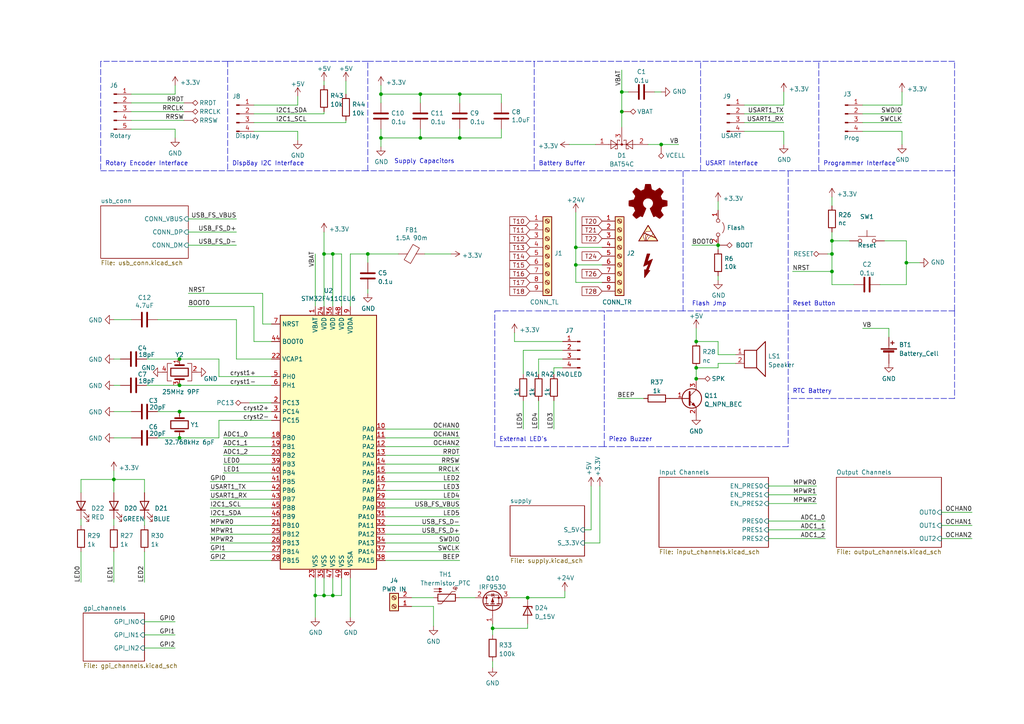
<source format=kicad_sch>
(kicad_sch (version 20211123) (generator eeschema)

  (uuid 949f679f-c6a9-4c5c-99c7-644ace536315)

  (paper "A4")

  (title_block
    (title "FloatPUMP Schematics")
    (date "2022-11-11")
    (rev "1.0")
    (company "robtor.de")
    (comment 1 "Controller board for up to 3 water pumps")
    (comment 2 "measuring capabilities with piezoresistive pressure sensors")
    (comment 3 "sensor input Range 4mA-20mA")
  )

  

  (junction (at 167.005 71.755) (diameter 0) (color 0 0 0 0)
    (uuid 020dcd38-f3e8-4a78-9f2b-9aea876e1d15)
  )
  (junction (at 91.44 172.72) (diameter 0) (color 0 0 0 0)
    (uuid 0c1b88cb-a078-4181-b19e-b5625c47d08a)
  )
  (junction (at 153.035 173.355) (diameter 0) (color 0 0 0 0)
    (uuid 1352fb65-da20-4a42-aad4-f9d19e5b5394)
  )
  (junction (at 96.52 73.66) (diameter 0) (color 0 0 0 0)
    (uuid 1b60fcfc-a270-4122-b967-c7c9c4b63403)
  )
  (junction (at 191.77 41.91) (diameter 0) (color 0 0 0 0)
    (uuid 1c5a68ea-fed7-43b9-a37a-435ca33d5ec4)
  )
  (junction (at 142.875 182.245) (diameter 0) (color 0 0 0 0)
    (uuid 1f2e7c06-7bbc-415a-aa2f-629ef66fd57a)
  )
  (junction (at 133.35 27.305) (diameter 0) (color 0 0 0 0)
    (uuid 2753d945-ace6-4480-9faf-9137856303ea)
  )
  (junction (at 167.005 76.835) (diameter 0) (color 0 0 0 0)
    (uuid 34e94350-deae-435e-bb69-b2d2a91754ce)
  )
  (junction (at 121.92 40.005) (diameter 0) (color 0 0 0 0)
    (uuid 39d0e9d0-a702-4c04-bc3c-653ef4f0c50e)
  )
  (junction (at 241.3 73.66) (diameter 0) (color 0 0 0 0)
    (uuid 4cd454dd-343a-4999-b869-a7127a4d9978)
  )
  (junction (at 121.92 27.305) (diameter 0) (color 0 0 0 0)
    (uuid 4f94cfba-8412-4c60-a31b-e6d995934dc1)
  )
  (junction (at 96.52 172.72) (diameter 0) (color 0 0 0 0)
    (uuid 5793e5cf-aaeb-41cc-8318-bb2419c1b81f)
  )
  (junction (at 52.07 127) (diameter 0) (color 0 0 0 0)
    (uuid 5a70c532-5383-43bb-b441-21ca36bd2484)
  )
  (junction (at 110.49 40.005) (diameter 0) (color 0 0 0 0)
    (uuid 6f88fca4-4670-437c-9fd1-4ebd76593daa)
  )
  (junction (at 241.3 78.74) (diameter 0) (color 0 0 0 0)
    (uuid 70750f1a-6a6e-4571-87e8-e96d7814c66f)
  )
  (junction (at 201.93 109.855) (diameter 0) (color 0 0 0 0)
    (uuid 9036384e-eee5-4451-b7e7-87842d0d6fca)
  )
  (junction (at 262.89 76.2) (diameter 0) (color 0 0 0 0)
    (uuid 92a2589f-ae05-42af-aab0-9bfaaa2a73f1)
  )
  (junction (at 133.35 40.005) (diameter 0) (color 0 0 0 0)
    (uuid 9569d29f-17d3-40a7-b073-1b7eb9687b43)
  )
  (junction (at 52.07 104.14) (diameter 0) (color 0 0 0 0)
    (uuid 97bd1d07-8f04-442c-80ac-c95cf3f51efe)
  )
  (junction (at 52.07 119.38) (diameter 0) (color 0 0 0 0)
    (uuid a0900619-a580-41eb-9fbb-5149e9a28aef)
  )
  (junction (at 33.02 139.065) (diameter 0) (color 0 0 0 0)
    (uuid a4b63938-0a30-421e-a83e-07ee3a44f405)
  )
  (junction (at 52.07 111.76) (diameter 0) (color 0 0 0 0)
    (uuid a70dc485-cc49-4e1f-b1ec-eb9c56462344)
  )
  (junction (at 180.34 26.67) (diameter 0) (color 0 0 0 0)
    (uuid bf64b8d9-04f8-4bac-906b-3f89e12e5d32)
  )
  (junction (at 201.93 106.68) (diameter 0) (color 0 0 0 0)
    (uuid d85d001d-db06-423e-99e2-d2c9676bf6eb)
  )
  (junction (at 106.68 73.66) (diameter 0) (color 0 0 0 0)
    (uuid dbb72415-af02-4b41-adad-978e86e84f5e)
  )
  (junction (at 208.28 71.12) (diameter 0) (color 0 0 0 0)
    (uuid dc71b394-38ca-4c3c-a2a5-7ef7a670c49b)
  )
  (junction (at 110.49 27.305) (diameter 0) (color 0 0 0 0)
    (uuid dee204e1-3149-4bb4-b821-dbc11df06a18)
  )
  (junction (at 93.98 73.66) (diameter 0) (color 0 0 0 0)
    (uuid ebee7b2d-9f75-4529-9377-97f671d1e3dc)
  )
  (junction (at 201.93 99.06) (diameter 0) (color 0 0 0 0)
    (uuid ec8c2ca1-97d3-4d7c-af64-6cbbbe597d8b)
  )
  (junction (at 93.98 172.72) (diameter 0) (color 0 0 0 0)
    (uuid ed19ccea-cfd8-433f-8938-ca1dd302430c)
  )
  (junction (at 180.34 32.385) (diameter 0) (color 0 0 0 0)
    (uuid f486435c-c972-42e4-8219-35ab13b3a285)
  )
  (junction (at 241.3 69.85) (diameter 0) (color 0 0 0 0)
    (uuid f93f0caf-de38-451e-8ca0-f8175bc6663c)
  )

  (wire (pts (xy 64.77 129.54) (xy 78.74 129.54))
    (stroke (width 0) (type default) (color 0 0 0 0))
    (uuid 011b2a2a-a574-42b5-999f-7ed9d9776a43)
  )
  (polyline (pts (xy 175.26 129.54) (xy 175.26 90.17))
    (stroke (width 0) (type default) (color 0 0 0 0))
    (uuid 01d42531-06ff-458e-91d1-5b96d3f8b385)
  )

  (wire (pts (xy 182.245 26.67) (xy 180.34 26.67))
    (stroke (width 0) (type default) (color 0 0 0 0))
    (uuid 0228648f-fd85-4f7f-9204-53610241d2b9)
  )
  (wire (pts (xy 38.1 119.38) (xy 33.02 119.38))
    (stroke (width 0) (type default) (color 0 0 0 0))
    (uuid 036a7d28-05ab-4651-ba1c-47fa1d863421)
  )
  (wire (pts (xy 73.66 99.06) (xy 73.66 88.9))
    (stroke (width 0) (type default) (color 0 0 0 0))
    (uuid 03a5e9df-cec7-4991-b6d5-c82d388e8d2e)
  )
  (wire (pts (xy 255.27 82.55) (xy 262.89 82.55))
    (stroke (width 0) (type default) (color 0 0 0 0))
    (uuid 062011a8-2b6e-42bc-aa5b-790abf63d348)
  )
  (wire (pts (xy 99.06 73.66) (xy 96.52 73.66))
    (stroke (width 0) (type default) (color 0 0 0 0))
    (uuid 06a42763-2f97-4419-84a6-ef6ea2a60fb4)
  )
  (wire (pts (xy 125.73 175.895) (xy 125.73 181.61))
    (stroke (width 0) (type default) (color 0 0 0 0))
    (uuid 07bc83a8-62a6-4bc6-a183-17b07f743dc3)
  )
  (wire (pts (xy 121.92 27.305) (xy 121.92 29.845))
    (stroke (width 0) (type default) (color 0 0 0 0))
    (uuid 08d4cfaf-b332-40f7-973c-66684e7a54a3)
  )
  (wire (pts (xy 110.49 27.305) (xy 110.49 29.845))
    (stroke (width 0) (type default) (color 0 0 0 0))
    (uuid 0a637dc5-5627-4329-935c-c4f041de6385)
  )
  (wire (pts (xy 93.98 33.02) (xy 93.98 32.385))
    (stroke (width 0) (type default) (color 0 0 0 0))
    (uuid 0bd2a9c0-96d6-44df-80fd-f97264a8b783)
  )
  (wire (pts (xy 52.07 104.14) (xy 42.545 104.14))
    (stroke (width 0) (type default) (color 0 0 0 0))
    (uuid 0c6fff14-bb97-4dc3-9f20-62bec77994c6)
  )
  (wire (pts (xy 78.74 119.38) (xy 52.07 119.38))
    (stroke (width 0) (type default) (color 0 0 0 0))
    (uuid 0e162795-22a7-4501-b03f-b283bb5650d9)
  )
  (wire (pts (xy 201.93 109.855) (xy 201.93 110.49))
    (stroke (width 0) (type default) (color 0 0 0 0))
    (uuid 0f47fb04-026a-4afa-9bfe-15f03def5d6b)
  )
  (wire (pts (xy 149.225 99.06) (xy 163.195 99.06))
    (stroke (width 0) (type default) (color 0 0 0 0))
    (uuid 126099d8-8b2d-4e87-990f-1fb99894d4b1)
  )
  (polyline (pts (xy 106.68 49.53) (xy 106.68 17.78))
    (stroke (width 0) (type default) (color 0 0 0 0))
    (uuid 14d3863a-1c03-4d48-a032-61ae3a0ad5c1)
  )

  (wire (pts (xy 78.74 132.08) (xy 64.77 132.08))
    (stroke (width 0) (type default) (color 0 0 0 0))
    (uuid 152be6bd-f8d6-47e9-9b6b-09485d01579b)
  )
  (wire (pts (xy 93.98 172.72) (xy 91.44 172.72))
    (stroke (width 0) (type default) (color 0 0 0 0))
    (uuid 16e9575c-a847-468f-810e-95497dadeb97)
  )
  (polyline (pts (xy 228.6 115.57) (xy 228.6 129.54))
    (stroke (width 0) (type default) (color 0 0 0 0))
    (uuid 17487b2e-2390-4106-a427-c6c54336dd3f)
  )
  (polyline (pts (xy 228.6 90.17) (xy 198.12 90.17))
    (stroke (width 0) (type default) (color 0 0 0 0))
    (uuid 191311d6-5bf7-47a9-ae1e-6b521cf3ea32)
  )

  (wire (pts (xy 60.96 149.86) (xy 78.74 149.86))
    (stroke (width 0) (type default) (color 0 0 0 0))
    (uuid 196b514b-b3f6-4344-904e-bca015040e93)
  )
  (wire (pts (xy 106.68 83.82) (xy 106.68 85.09))
    (stroke (width 0) (type default) (color 0 0 0 0))
    (uuid 1a8290e9-c445-4b51-b8b0-45fcbf671219)
  )
  (wire (pts (xy 41.91 142.875) (xy 41.91 139.065))
    (stroke (width 0) (type default) (color 0 0 0 0))
    (uuid 1ad7936f-a45d-43a3-8729-3f6ad34b3bbe)
  )
  (wire (pts (xy 208.28 80.01) (xy 208.28 81.28))
    (stroke (width 0) (type default) (color 0 0 0 0))
    (uuid 1b373a0f-a405-4f7c-be0d-0a515d48b205)
  )
  (wire (pts (xy 119.38 175.895) (xy 125.73 175.895))
    (stroke (width 0) (type default) (color 0 0 0 0))
    (uuid 1bd8d612-e272-4d35-ba59-ea5675b3dee2)
  )
  (wire (pts (xy 167.005 61.595) (xy 167.005 71.755))
    (stroke (width 0) (type default) (color 0 0 0 0))
    (uuid 1c31a8c1-e3ee-409a-b75b-be2b8e53a0b7)
  )
  (wire (pts (xy 111.76 127) (xy 133.35 127))
    (stroke (width 0) (type default) (color 0 0 0 0))
    (uuid 1dc46e87-a953-4f20-a4d4-4ecede78d2eb)
  )
  (wire (pts (xy 111.76 157.48) (xy 133.35 157.48))
    (stroke (width 0) (type default) (color 0 0 0 0))
    (uuid 1dd42d41-b809-42ae-b6a5-91ce0f5409f7)
  )
  (wire (pts (xy 100.33 23.495) (xy 100.33 27.305))
    (stroke (width 0) (type default) (color 0 0 0 0))
    (uuid 1e65348d-0394-491b-9696-4c8b7499f309)
  )
  (wire (pts (xy 215.9 35.56) (xy 227.33 35.56))
    (stroke (width 0) (type default) (color 0 0 0 0))
    (uuid 1f4d482a-d80d-48b4-a443-e0ca391c4f86)
  )
  (wire (pts (xy 241.3 69.85) (xy 241.3 73.66))
    (stroke (width 0) (type default) (color 0 0 0 0))
    (uuid 22a0b2d5-d975-4c12-bf03-7470074fed54)
  )
  (wire (pts (xy 96.52 167.64) (xy 96.52 172.72))
    (stroke (width 0) (type default) (color 0 0 0 0))
    (uuid 22f22dbe-16ed-4088-a875-5700f66d16da)
  )
  (wire (pts (xy 241.3 78.74) (xy 229.87 78.74))
    (stroke (width 0) (type default) (color 0 0 0 0))
    (uuid 2400f930-cf6d-41a8-baef-3048725f3a5b)
  )
  (wire (pts (xy 208.28 99.06) (xy 208.28 102.87))
    (stroke (width 0) (type default) (color 0 0 0 0))
    (uuid 268b38a4-5791-4865-b036-a0203f8e626d)
  )
  (wire (pts (xy 163.195 101.6) (xy 151.765 101.6))
    (stroke (width 0) (type default) (color 0 0 0 0))
    (uuid 27394eba-9cc1-4464-8a20-cc6a5fec851e)
  )
  (wire (pts (xy 133.35 40.005) (xy 145.415 40.005))
    (stroke (width 0) (type default) (color 0 0 0 0))
    (uuid 29120252-d73c-4a5c-b87f-011abc045fcf)
  )
  (wire (pts (xy 38.1 27.305) (xy 50.8 27.305))
    (stroke (width 0) (type default) (color 0 0 0 0))
    (uuid 2a745fcb-09cd-409b-a911-81fd22f368af)
  )
  (wire (pts (xy 41.91 187.96) (xy 50.8 187.96))
    (stroke (width 0) (type default) (color 0 0 0 0))
    (uuid 2abcf069-19de-44b8-a6b8-4d5ee2f7d656)
  )
  (wire (pts (xy 111.76 160.02) (xy 133.35 160.02))
    (stroke (width 0) (type default) (color 0 0 0 0))
    (uuid 2e15e8aa-7905-4170-bb81-958c9c2c74db)
  )
  (wire (pts (xy 52.07 111.76) (xy 42.545 111.76))
    (stroke (width 0) (type default) (color 0 0 0 0))
    (uuid 2e2ea9dc-2e78-48b2-a918-779655a2f4bb)
  )
  (wire (pts (xy 111.76 147.32) (xy 133.35 147.32))
    (stroke (width 0) (type default) (color 0 0 0 0))
    (uuid 2e4f3627-f43e-4331-8ab0-f5d657fd4ada)
  )
  (polyline (pts (xy 66.04 17.78) (xy 29.21 17.78))
    (stroke (width 0) (type default) (color 0 0 0 0))
    (uuid 2e6a35eb-6636-4c39-9b2b-0859e1c94ec8)
  )

  (wire (pts (xy 153.035 180.975) (xy 153.035 182.245))
    (stroke (width 0) (type default) (color 0 0 0 0))
    (uuid 2f2e35f4-29a5-4538-bc86-29219fef50b1)
  )
  (polyline (pts (xy 66.04 49.53) (xy 106.68 49.53))
    (stroke (width 0) (type default) (color 0 0 0 0))
    (uuid 3010d011-eabc-4cec-b667-b7b1111e3ea0)
  )

  (wire (pts (xy 250.19 33.02) (xy 261.62 33.02))
    (stroke (width 0) (type default) (color 0 0 0 0))
    (uuid 30260a6a-a0b0-4b42-95c3-26be610ecc3e)
  )
  (wire (pts (xy 156.21 116.205) (xy 156.21 124.46))
    (stroke (width 0) (type default) (color 0 0 0 0))
    (uuid 303ae7a7-4a06-4b35-a5ee-99b6d0ccce36)
  )
  (wire (pts (xy 33.02 111.76) (xy 34.925 111.76))
    (stroke (width 0) (type default) (color 0 0 0 0))
    (uuid 30c2d75b-0aa4-4c8b-abd3-15a8940150c1)
  )
  (wire (pts (xy 23.495 142.875) (xy 23.495 139.065))
    (stroke (width 0) (type default) (color 0 0 0 0))
    (uuid 30c6d872-e47d-4ced-8e4c-2dd7b663d734)
  )
  (wire (pts (xy 133.35 27.305) (xy 121.92 27.305))
    (stroke (width 0) (type default) (color 0 0 0 0))
    (uuid 31ddafb9-61de-4674-b559-9e8bd04c8807)
  )
  (wire (pts (xy 171.45 140.97) (xy 171.45 153.67))
    (stroke (width 0) (type default) (color 0 0 0 0))
    (uuid 32552d8d-ef82-40d3-aa95-d5b169fab07e)
  )
  (wire (pts (xy 201.93 99.06) (xy 208.28 99.06))
    (stroke (width 0) (type default) (color 0 0 0 0))
    (uuid 32a972fc-0c88-44e2-804d-656cd9a1d817)
  )
  (polyline (pts (xy 154.94 49.53) (xy 106.68 49.53))
    (stroke (width 0) (type default) (color 0 0 0 0))
    (uuid 32b4cc52-0f7d-4657-a812-f0ec32bb962f)
  )

  (wire (pts (xy 133.35 37.465) (xy 133.35 40.005))
    (stroke (width 0) (type default) (color 0 0 0 0))
    (uuid 339df927-10f1-44cb-aa5f-82bfd46240c7)
  )
  (wire (pts (xy 78.74 144.78) (xy 60.96 144.78))
    (stroke (width 0) (type default) (color 0 0 0 0))
    (uuid 35e191e7-0681-4caa-ab56-bca67244817b)
  )
  (polyline (pts (xy 143.51 90.17) (xy 154.94 90.17))
    (stroke (width 0) (type default) (color 0 0 0 0))
    (uuid 361b2945-3ddb-479e-87ba-da3a8981f58f)
  )

  (wire (pts (xy 142.875 180.975) (xy 142.875 182.245))
    (stroke (width 0) (type default) (color 0 0 0 0))
    (uuid 36d79d45-65d5-41e5-8d80-43f14f1c4944)
  )
  (wire (pts (xy 78.74 139.7) (xy 60.96 139.7))
    (stroke (width 0) (type default) (color 0 0 0 0))
    (uuid 375fb2af-999a-47fb-b314-c5ed0dda8fca)
  )
  (wire (pts (xy 123.19 73.66) (xy 130.81 73.66))
    (stroke (width 0) (type default) (color 0 0 0 0))
    (uuid 398e575e-ffcc-47d3-99bb-d2398359704a)
  )
  (wire (pts (xy 160.655 106.68) (xy 160.655 108.585))
    (stroke (width 0) (type default) (color 0 0 0 0))
    (uuid 3a1fc013-e799-4688-ae20-2bbf502da68b)
  )
  (wire (pts (xy 250.19 30.48) (xy 261.62 30.48))
    (stroke (width 0) (type default) (color 0 0 0 0))
    (uuid 3a77ad2c-5616-4b44-93df-e454912b8b77)
  )
  (wire (pts (xy 111.76 124.46) (xy 133.35 124.46))
    (stroke (width 0) (type default) (color 0 0 0 0))
    (uuid 3bb1b200-9bd3-4ca2-a3fe-ceac65ba2f22)
  )
  (wire (pts (xy 167.005 76.835) (xy 174.625 76.835))
    (stroke (width 0) (type default) (color 0 0 0 0))
    (uuid 3bf68d6c-3f0d-4de6-aabd-9f1649a44e6c)
  )
  (wire (pts (xy 151.765 116.205) (xy 151.765 124.46))
    (stroke (width 0) (type default) (color 0 0 0 0))
    (uuid 3c68ad2c-9010-4ef7-bedd-f009382cb08f)
  )
  (wire (pts (xy 250.19 95.25) (xy 257.81 95.25))
    (stroke (width 0) (type default) (color 0 0 0 0))
    (uuid 3eff4e29-2225-4c7e-8279-6d6efa2d67e4)
  )
  (wire (pts (xy 247.65 82.55) (xy 241.3 82.55))
    (stroke (width 0) (type default) (color 0 0 0 0))
    (uuid 3f407738-52f9-487e-96ff-574567b43890)
  )
  (wire (pts (xy 45.72 92.71) (xy 68.58 92.71))
    (stroke (width 0) (type default) (color 0 0 0 0))
    (uuid 400b7b23-e399-48ba-af02-3f8bdfca3c55)
  )
  (wire (pts (xy 111.76 129.54) (xy 133.35 129.54))
    (stroke (width 0) (type default) (color 0 0 0 0))
    (uuid 4015be1a-c6e1-42db-af6f-c161f489ea1f)
  )
  (wire (pts (xy 33.02 160.02) (xy 33.02 168.91))
    (stroke (width 0) (type default) (color 0 0 0 0))
    (uuid 4118162d-0e05-4908-9a1f-c7016575bccb)
  )
  (polyline (pts (xy 29.21 17.78) (xy 29.21 49.53))
    (stroke (width 0) (type default) (color 0 0 0 0))
    (uuid 41b6e1ba-5c99-4fd7-9c65-c4fb07c70188)
  )

  (wire (pts (xy 191.77 41.91) (xy 196.85 41.91))
    (stroke (width 0) (type default) (color 0 0 0 0))
    (uuid 424267dd-6303-4018-aae0-34d62814fcba)
  )
  (wire (pts (xy 99.06 167.64) (xy 99.06 172.72))
    (stroke (width 0) (type default) (color 0 0 0 0))
    (uuid 424d7750-ddcd-4f41-93ea-a6761834f91c)
  )
  (wire (pts (xy 222.885 140.97) (xy 236.855 140.97))
    (stroke (width 0) (type default) (color 0 0 0 0))
    (uuid 438c390e-2817-4262-9bb8-264a62f66854)
  )
  (wire (pts (xy 111.76 137.16) (xy 133.35 137.16))
    (stroke (width 0) (type default) (color 0 0 0 0))
    (uuid 4390a55c-a8f9-4caf-a838-233bb3ce27aa)
  )
  (wire (pts (xy 241.3 73.66) (xy 241.3 78.74))
    (stroke (width 0) (type default) (color 0 0 0 0))
    (uuid 43951137-b2ae-4c0a-b786-c0130baa43cf)
  )
  (wire (pts (xy 68.58 104.14) (xy 78.74 104.14))
    (stroke (width 0) (type default) (color 0 0 0 0))
    (uuid 43c49596-4b82-4ee2-b1be-2aafb6486920)
  )
  (wire (pts (xy 96.52 88.9) (xy 96.52 73.66))
    (stroke (width 0) (type default) (color 0 0 0 0))
    (uuid 4444fd17-a409-4254-92e6-9a69f5880d89)
  )
  (wire (pts (xy 180.34 26.67) (xy 180.34 20.32))
    (stroke (width 0) (type default) (color 0 0 0 0))
    (uuid 44ca684d-985e-45fb-a22b-01e29383cba4)
  )
  (wire (pts (xy 273.05 152.4) (xy 281.94 152.4))
    (stroke (width 0) (type default) (color 0 0 0 0))
    (uuid 44f02c76-ffc0-47e0-9779-2d79a58ff9cf)
  )
  (wire (pts (xy 208.28 58.42) (xy 208.28 60.96))
    (stroke (width 0) (type default) (color 0 0 0 0))
    (uuid 45f77cbe-76c9-4770-945d-6ce9f436791e)
  )
  (polyline (pts (xy 276.86 49.53) (xy 276.86 17.78))
    (stroke (width 0) (type default) (color 0 0 0 0))
    (uuid 4738ad5c-de7a-450c-a864-83a693566efb)
  )
  (polyline (pts (xy 154.94 49.53) (xy 203.2 49.53))
    (stroke (width 0) (type default) (color 0 0 0 0))
    (uuid 4cf2a8ea-f147-45e1-b905-8e01e3488a54)
  )

  (wire (pts (xy 52.07 119.38) (xy 45.72 119.38))
    (stroke (width 0) (type default) (color 0 0 0 0))
    (uuid 4d42688d-59c9-41ed-af68-2d906566e68c)
  )
  (wire (pts (xy 23.495 160.02) (xy 23.495 168.91))
    (stroke (width 0) (type default) (color 0 0 0 0))
    (uuid 4d4de7d2-6a8b-425f-a4ad-2111507b5618)
  )
  (wire (pts (xy 208.28 71.12) (xy 200.66 71.12))
    (stroke (width 0) (type default) (color 0 0 0 0))
    (uuid 4d79ec2b-2fc9-4ba1-b93a-d630912470a0)
  )
  (wire (pts (xy 34.925 104.14) (xy 33.02 104.14))
    (stroke (width 0) (type default) (color 0 0 0 0))
    (uuid 4e0ac502-331a-4340-82b9-dd8d8cee49d0)
  )
  (wire (pts (xy 147.955 173.355) (xy 153.035 173.355))
    (stroke (width 0) (type default) (color 0 0 0 0))
    (uuid 4f950d83-d276-400c-9197-f6b37b6bcb04)
  )
  (wire (pts (xy 227.33 38.1) (xy 227.33 41.91))
    (stroke (width 0) (type default) (color 0 0 0 0))
    (uuid 4fddd78f-1b0d-4365-b740-2df7595c3522)
  )
  (wire (pts (xy 156.21 104.14) (xy 156.21 108.585))
    (stroke (width 0) (type default) (color 0 0 0 0))
    (uuid 505d5465-5d3c-4c20-a903-bb9f0614c27d)
  )
  (wire (pts (xy 111.76 142.24) (xy 133.35 142.24))
    (stroke (width 0) (type default) (color 0 0 0 0))
    (uuid 507dbcec-13ef-491c-9e13-750ae5d08786)
  )
  (polyline (pts (xy 175.26 129.54) (xy 143.51 129.54))
    (stroke (width 0) (type default) (color 0 0 0 0))
    (uuid 51bbc616-36a1-464c-9200-0d0c8edfe960)
  )

  (wire (pts (xy 64.77 137.16) (xy 78.74 137.16))
    (stroke (width 0) (type default) (color 0 0 0 0))
    (uuid 51d162f7-2e8a-4bc7-88c1-e6c065d4b161)
  )
  (polyline (pts (xy 106.68 17.78) (xy 154.94 17.78))
    (stroke (width 0) (type default) (color 0 0 0 0))
    (uuid 55438888-edf4-4cf0-83da-f060d3938df2)
  )

  (wire (pts (xy 262.89 69.85) (xy 262.89 76.2))
    (stroke (width 0) (type default) (color 0 0 0 0))
    (uuid 55587dc1-052d-440c-a761-29091bbb6f2b)
  )
  (wire (pts (xy 163.195 106.68) (xy 160.655 106.68))
    (stroke (width 0) (type default) (color 0 0 0 0))
    (uuid 56073852-e094-44c0-abb8-63498ed962c1)
  )
  (wire (pts (xy 222.885 151.13) (xy 239.395 151.13))
    (stroke (width 0) (type default) (color 0 0 0 0))
    (uuid 5651f317-a2b7-4f02-bafd-3ed49b106af9)
  )
  (wire (pts (xy 111.76 134.62) (xy 133.35 134.62))
    (stroke (width 0) (type default) (color 0 0 0 0))
    (uuid 5675cbe2-6193-4193-a086-51fe846aeda2)
  )
  (wire (pts (xy 145.415 37.465) (xy 145.415 40.005))
    (stroke (width 0) (type default) (color 0 0 0 0))
    (uuid 57dab67d-73b5-4fcb-901b-a69051e35364)
  )
  (wire (pts (xy 76.2 93.98) (xy 76.2 85.09))
    (stroke (width 0) (type default) (color 0 0 0 0))
    (uuid 57fd891c-135f-4c54-af0d-9ea73edf736e)
  )
  (wire (pts (xy 227.33 30.48) (xy 227.33 26.67))
    (stroke (width 0) (type default) (color 0 0 0 0))
    (uuid 58170f19-2867-4e92-aef8-b013ab60ff8b)
  )
  (wire (pts (xy 241.3 57.15) (xy 241.3 59.69))
    (stroke (width 0) (type default) (color 0 0 0 0))
    (uuid 58a18d69-fc34-46c3-b57c-2e4d5b6313a2)
  )
  (wire (pts (xy 151.765 101.6) (xy 151.765 108.585))
    (stroke (width 0) (type default) (color 0 0 0 0))
    (uuid 5ab5fc39-d119-4939-b187-6241bdd9350c)
  )
  (polyline (pts (xy 106.68 17.78) (xy 66.04 17.78))
    (stroke (width 0) (type default) (color 0 0 0 0))
    (uuid 5be033f5-9678-4b75-be3b-55853d81c4f8)
  )

  (wire (pts (xy 121.92 27.305) (xy 110.49 27.305))
    (stroke (width 0) (type default) (color 0 0 0 0))
    (uuid 5c2af2de-18cd-439f-b9b8-856093f4e3ac)
  )
  (wire (pts (xy 153.035 182.245) (xy 142.875 182.245))
    (stroke (width 0) (type default) (color 0 0 0 0))
    (uuid 5cb3a061-bf6b-4a2e-855d-a4d7dd6be83b)
  )
  (wire (pts (xy 241.3 78.74) (xy 241.3 82.55))
    (stroke (width 0) (type default) (color 0 0 0 0))
    (uuid 5d9a5990-dcf8-486e-bfb6-30d6c0b34192)
  )
  (wire (pts (xy 63.5 104.14) (xy 52.07 104.14))
    (stroke (width 0) (type default) (color 0 0 0 0))
    (uuid 5e1d9c1f-58d3-41cd-9eb4-fb2ae3a4b10c)
  )
  (wire (pts (xy 215.9 30.48) (xy 227.33 30.48))
    (stroke (width 0) (type default) (color 0 0 0 0))
    (uuid 5e2838cc-acd7-4c51-bc18-f5f97bf524d9)
  )
  (polyline (pts (xy 29.21 49.53) (xy 66.04 49.53))
    (stroke (width 0) (type default) (color 0 0 0 0))
    (uuid 5fe5e54d-1eb6-4f0a-a978-61e0039cfbf1)
  )

  (wire (pts (xy 63.5 109.22) (xy 63.5 104.14))
    (stroke (width 0) (type default) (color 0 0 0 0))
    (uuid 613967c9-6a2a-45ae-bf78-98e4612f5d55)
  )
  (wire (pts (xy 240.03 73.66) (xy 241.3 73.66))
    (stroke (width 0) (type default) (color 0 0 0 0))
    (uuid 6142ef34-97be-4c90-9ca7-e387753b518a)
  )
  (wire (pts (xy 101.6 88.9) (xy 101.6 73.66))
    (stroke (width 0) (type default) (color 0 0 0 0))
    (uuid 618c3501-0e3a-49e5-8b16-1ffee4adee40)
  )
  (wire (pts (xy 222.885 156.21) (xy 239.395 156.21))
    (stroke (width 0) (type default) (color 0 0 0 0))
    (uuid 62b8cb17-877a-45b0-821a-c147661d06ec)
  )
  (wire (pts (xy 241.3 69.85) (xy 246.38 69.85))
    (stroke (width 0) (type default) (color 0 0 0 0))
    (uuid 62d616c4-a645-4785-83f4-e7b9176541bd)
  )
  (wire (pts (xy 262.89 76.2) (xy 266.7 76.2))
    (stroke (width 0) (type default) (color 0 0 0 0))
    (uuid 63c78302-c24d-424c-9283-52ae93200987)
  )
  (wire (pts (xy 63.5 121.92) (xy 63.5 127))
    (stroke (width 0) (type default) (color 0 0 0 0))
    (uuid 65a211f6-d005-41c5-aeb4-31d7e06acfc2)
  )
  (wire (pts (xy 64.77 134.62) (xy 78.74 134.62))
    (stroke (width 0) (type default) (color 0 0 0 0))
    (uuid 68877676-f185-4ce5-994a-3e7cd8c4b619)
  )
  (wire (pts (xy 111.76 152.4) (xy 133.35 152.4))
    (stroke (width 0) (type default) (color 0 0 0 0))
    (uuid 69502565-c8b7-43eb-99e0-3580594b1098)
  )
  (wire (pts (xy 201.93 106.68) (xy 201.93 109.855))
    (stroke (width 0) (type default) (color 0 0 0 0))
    (uuid 69ab2ff6-8d0a-4e41-8e1a-1caf0870f3b7)
  )
  (wire (pts (xy 201.93 95.25) (xy 201.93 99.06))
    (stroke (width 0) (type default) (color 0 0 0 0))
    (uuid 6c7d8008-17da-4be5-b57e-dfb877a7ef32)
  )
  (wire (pts (xy 121.92 37.465) (xy 121.92 40.005))
    (stroke (width 0) (type default) (color 0 0 0 0))
    (uuid 6ce9cb44-7b50-4bf3-98c7-6ca59e7305b2)
  )
  (wire (pts (xy 145.415 29.845) (xy 145.415 27.305))
    (stroke (width 0) (type default) (color 0 0 0 0))
    (uuid 6dd36aa5-6a60-4752-8a21-1772effb9f07)
  )
  (wire (pts (xy 167.005 71.755) (xy 174.625 71.755))
    (stroke (width 0) (type default) (color 0 0 0 0))
    (uuid 6e68d57d-1e50-4170-95cd-df0718dd1899)
  )
  (polyline (pts (xy 276.86 17.78) (xy 237.49 17.78))
    (stroke (width 0) (type default) (color 0 0 0 0))
    (uuid 6fd2b7a8-9e41-4aa1-88b4-f9ee307d1b4b)
  )

  (wire (pts (xy 78.74 111.76) (xy 52.07 111.76))
    (stroke (width 0) (type default) (color 0 0 0 0))
    (uuid 715db6a8-aaa0-46b4-addd-972ee71b75dc)
  )
  (wire (pts (xy 110.49 37.465) (xy 110.49 40.005))
    (stroke (width 0) (type default) (color 0 0 0 0))
    (uuid 71b00c47-caef-48f6-91be-7f1855a1e2c0)
  )
  (wire (pts (xy 111.76 132.08) (xy 133.35 132.08))
    (stroke (width 0) (type default) (color 0 0 0 0))
    (uuid 72cc00e4-7e53-46d8-858f-e435f5b37f05)
  )
  (wire (pts (xy 201.93 106.68) (xy 208.28 106.68))
    (stroke (width 0) (type default) (color 0 0 0 0))
    (uuid 743fef08-4881-4afb-adde-ee5bd2198117)
  )
  (wire (pts (xy 241.3 67.31) (xy 241.3 69.85))
    (stroke (width 0) (type default) (color 0 0 0 0))
    (uuid 748c549b-7c57-462b-9f39-c28eb0045225)
  )
  (wire (pts (xy 215.9 38.1) (xy 227.33 38.1))
    (stroke (width 0) (type default) (color 0 0 0 0))
    (uuid 74d4a3c7-cc41-4e0e-b616-9fc3c358b2ae)
  )
  (wire (pts (xy 121.92 40.005) (xy 110.49 40.005))
    (stroke (width 0) (type default) (color 0 0 0 0))
    (uuid 752a7bdc-59a7-4a9e-ae9b-a35465dc8e0c)
  )
  (wire (pts (xy 93.98 88.9) (xy 93.98 73.66))
    (stroke (width 0) (type default) (color 0 0 0 0))
    (uuid 75594c3c-e55b-4454-809c-0a72aa43af83)
  )
  (wire (pts (xy 222.885 153.67) (xy 239.395 153.67))
    (stroke (width 0) (type default) (color 0 0 0 0))
    (uuid 769aead0-25d0-4594-84cb-d6b74ceb8cd8)
  )
  (wire (pts (xy 23.495 139.065) (xy 33.02 139.065))
    (stroke (width 0) (type default) (color 0 0 0 0))
    (uuid 78ce4bcf-16dc-4d77-99b5-ce1b3e6d1d63)
  )
  (wire (pts (xy 261.62 30.48) (xy 261.62 26.67))
    (stroke (width 0) (type default) (color 0 0 0 0))
    (uuid 78f1b9a8-ca0e-4e8c-91b8-a46bcfebec64)
  )
  (wire (pts (xy 167.005 71.755) (xy 167.005 76.835))
    (stroke (width 0) (type default) (color 0 0 0 0))
    (uuid 7a5b5fc8-5a47-4860-a97b-3135d1597dc6)
  )
  (wire (pts (xy 169.545 153.67) (xy 171.45 153.67))
    (stroke (width 0) (type default) (color 0 0 0 0))
    (uuid 7c1300bc-e1a7-4d72-bfe2-bffc21d5f5e3)
  )
  (wire (pts (xy 73.66 88.9) (xy 54.61 88.9))
    (stroke (width 0) (type default) (color 0 0 0 0))
    (uuid 7c20a18a-318c-4e79-afcf-a3e87eb69a53)
  )
  (wire (pts (xy 153.035 173.355) (xy 163.83 173.355))
    (stroke (width 0) (type default) (color 0 0 0 0))
    (uuid 7c60ca1a-91e0-4fe6-a048-42e3f6f265ec)
  )
  (wire (pts (xy 99.06 172.72) (xy 96.52 172.72))
    (stroke (width 0) (type default) (color 0 0 0 0))
    (uuid 7ee436ac-423d-4d29-90ad-39fdc300fae0)
  )
  (wire (pts (xy 68.58 92.71) (xy 68.58 104.14))
    (stroke (width 0) (type default) (color 0 0 0 0))
    (uuid 837370a5-1290-49d7-96e4-d4c2412ac873)
  )
  (wire (pts (xy 96.52 172.72) (xy 93.98 172.72))
    (stroke (width 0) (type default) (color 0 0 0 0))
    (uuid 84a2320f-8ad9-4501-8628-7ca6e418f956)
  )
  (wire (pts (xy 179.07 115.57) (xy 186.69 115.57))
    (stroke (width 0) (type default) (color 0 0 0 0))
    (uuid 87cf9f49-2322-4621-91eb-11035c4cedf8)
  )
  (wire (pts (xy 72.39 116.84) (xy 78.74 116.84))
    (stroke (width 0) (type default) (color 0 0 0 0))
    (uuid 88123869-4c37-45f5-b8c1-72149ea8f4ba)
  )
  (wire (pts (xy 133.35 40.005) (xy 121.92 40.005))
    (stroke (width 0) (type default) (color 0 0 0 0))
    (uuid 88c7d4ef-4a81-4ff0-8236-354227632382)
  )
  (wire (pts (xy 169.545 157.48) (xy 173.99 157.48))
    (stroke (width 0) (type default) (color 0 0 0 0))
    (uuid 88d142d5-00b5-4d86-9b5a-1ce9e7d17cbb)
  )
  (wire (pts (xy 160.655 116.205) (xy 160.655 124.46))
    (stroke (width 0) (type default) (color 0 0 0 0))
    (uuid 8afd873f-9a06-4b39-ab04-49f0059f061b)
  )
  (wire (pts (xy 41.91 184.15) (xy 50.8 184.15))
    (stroke (width 0) (type default) (color 0 0 0 0))
    (uuid 8b4e071f-9509-4780-a465-03d34bc67608)
  )
  (wire (pts (xy 78.74 109.22) (xy 63.5 109.22))
    (stroke (width 0) (type default) (color 0 0 0 0))
    (uuid 8b558919-c46d-47f8-bf42-0c0ee86f63f0)
  )
  (wire (pts (xy 111.76 139.7) (xy 133.35 139.7))
    (stroke (width 0) (type default) (color 0 0 0 0))
    (uuid 8bf90929-6d2d-4a79-b1a1-138fa542533a)
  )
  (wire (pts (xy 133.35 173.355) (xy 137.795 173.355))
    (stroke (width 0) (type default) (color 0 0 0 0))
    (uuid 8c71accb-9ad4-46a4-99b3-04c04e38d9f1)
  )
  (polyline (pts (xy 154.94 17.78) (xy 154.94 49.53))
    (stroke (width 0) (type default) (color 0 0 0 0))
    (uuid 8d77d4ce-5809-4e16-9db8-9d8672ed5276)
  )

  (wire (pts (xy 73.66 38.1) (xy 86.36 38.1))
    (stroke (width 0) (type default) (color 0 0 0 0))
    (uuid 8d858d92-08ba-438f-a480-02393eb30c20)
  )
  (wire (pts (xy 167.005 81.915) (xy 167.005 76.835))
    (stroke (width 0) (type default) (color 0 0 0 0))
    (uuid 8e30c1ea-738e-4249-83d3-ea6a40d6910c)
  )
  (polyline (pts (xy 237.49 17.78) (xy 203.2 17.78))
    (stroke (width 0) (type default) (color 0 0 0 0))
    (uuid 8f2ebcdd-5322-432c-8de8-6f6fa3726577)
  )

  (wire (pts (xy 86.36 38.1) (xy 86.36 40.64))
    (stroke (width 0) (type default) (color 0 0 0 0))
    (uuid 8f733a2c-4b86-4934-a2e4-283803e72b72)
  )
  (wire (pts (xy 91.44 172.72) (xy 91.44 167.64))
    (stroke (width 0) (type default) (color 0 0 0 0))
    (uuid 911ef457-a362-4278-aeb0-e20b4bb95f57)
  )
  (wire (pts (xy 76.2 85.09) (xy 54.61 85.09))
    (stroke (width 0) (type default) (color 0 0 0 0))
    (uuid 91e5eec5-ba86-4de8-8306-b82359e84f0b)
  )
  (wire (pts (xy 111.76 149.86) (xy 133.35 149.86))
    (stroke (width 0) (type default) (color 0 0 0 0))
    (uuid 93be490e-4a1a-433c-b296-e5201b30adb1)
  )
  (polyline (pts (xy 237.49 49.53) (xy 237.49 17.78))
    (stroke (width 0) (type default) (color 0 0 0 0))
    (uuid 95462dda-11ce-48d0-b7d6-002ca6ca715a)
  )

  (wire (pts (xy 78.74 154.94) (xy 60.96 154.94))
    (stroke (width 0) (type default) (color 0 0 0 0))
    (uuid 95c0b30a-014d-4809-9e39-76cfd21137e8)
  )
  (wire (pts (xy 38.1 32.385) (xy 53.34 32.385))
    (stroke (width 0) (type default) (color 0 0 0 0))
    (uuid 95d61b58-2fd5-43ab-bfd4-cc233f0800db)
  )
  (wire (pts (xy 273.05 156.21) (xy 281.94 156.21))
    (stroke (width 0) (type default) (color 0 0 0 0))
    (uuid 95fa23fd-11b6-43e1-a7ba-9d9bca32c40b)
  )
  (wire (pts (xy 38.1 92.71) (xy 33.02 92.71))
    (stroke (width 0) (type default) (color 0 0 0 0))
    (uuid 964c3381-2dfe-4f42-9493-7645015217dd)
  )
  (wire (pts (xy 33.02 127) (xy 38.1 127))
    (stroke (width 0) (type default) (color 0 0 0 0))
    (uuid 98d42198-ed3b-4bf0-8e91-cbf5646f19a6)
  )
  (wire (pts (xy 93.98 73.66) (xy 93.98 67.31))
    (stroke (width 0) (type default) (color 0 0 0 0))
    (uuid 990602b7-cde7-45dc-92b8-b9c7bf4dd7ac)
  )
  (wire (pts (xy 93.98 167.64) (xy 93.98 172.72))
    (stroke (width 0) (type default) (color 0 0 0 0))
    (uuid 99979f31-c85d-4c90-81ff-676e69fef161)
  )
  (wire (pts (xy 86.36 27.94) (xy 86.36 30.48))
    (stroke (width 0) (type default) (color 0 0 0 0))
    (uuid 9a8e5ffa-9aed-471c-a8e6-a636cf083f34)
  )
  (wire (pts (xy 106.68 76.2) (xy 106.68 73.66))
    (stroke (width 0) (type default) (color 0 0 0 0))
    (uuid 9b08aa48-fde9-4f0c-abdd-7ab3f00ef3e0)
  )
  (wire (pts (xy 149.225 96.52) (xy 149.225 99.06))
    (stroke (width 0) (type default) (color 0 0 0 0))
    (uuid 9b20bafc-d645-4d67-9a2c-e2d16646bed8)
  )
  (wire (pts (xy 78.74 162.56) (xy 60.96 162.56))
    (stroke (width 0) (type default) (color 0 0 0 0))
    (uuid 9b37b30a-3649-4363-8875-f3fb5ec17e65)
  )
  (wire (pts (xy 215.9 33.02) (xy 227.33 33.02))
    (stroke (width 0) (type default) (color 0 0 0 0))
    (uuid 9c1e6565-7a7a-4067-bbd0-872c0268b742)
  )
  (wire (pts (xy 163.195 104.14) (xy 156.21 104.14))
    (stroke (width 0) (type default) (color 0 0 0 0))
    (uuid 9cc9d3c8-ba88-40da-9425-3b87aa46e513)
  )
  (wire (pts (xy 133.35 29.845) (xy 133.35 27.305))
    (stroke (width 0) (type default) (color 0 0 0 0))
    (uuid 9d5e6a18-8b3a-47d4-b855-1b2ca215c734)
  )
  (polyline (pts (xy 198.12 90.17) (xy 198.12 49.53))
    (stroke (width 0) (type default) (color 0 0 0 0))
    (uuid 9ecc751b-0606-4a8f-9372-63a5cb28ad4e)
  )

  (wire (pts (xy 262.89 76.2) (xy 262.89 82.55))
    (stroke (width 0) (type default) (color 0 0 0 0))
    (uuid a05ced30-092c-475f-857c-28f2ada8a95d)
  )
  (polyline (pts (xy 276.86 49.53) (xy 276.86 90.17))
    (stroke (width 0) (type default) (color 0 0 0 0))
    (uuid a0735468-fe8c-4d1d-8469-a88cd0829ac1)
  )

  (wire (pts (xy 54.61 71.12) (xy 68.58 71.12))
    (stroke (width 0) (type default) (color 0 0 0 0))
    (uuid a2a8943b-bcd6-4326-88ce-86d550232544)
  )
  (wire (pts (xy 180.34 32.385) (xy 180.34 36.83))
    (stroke (width 0) (type default) (color 0 0 0 0))
    (uuid a6b1970e-7fb2-4104-ae0a-e27cd049864d)
  )
  (wire (pts (xy 174.625 81.915) (xy 167.005 81.915))
    (stroke (width 0) (type default) (color 0 0 0 0))
    (uuid a85eb9a0-1179-4914-9862-fd5e1778e50f)
  )
  (wire (pts (xy 78.74 93.98) (xy 76.2 93.98))
    (stroke (width 0) (type default) (color 0 0 0 0))
    (uuid a89c8429-59bb-42fc-bc75-babaaeef03d9)
  )
  (wire (pts (xy 257.81 97.79) (xy 257.81 95.25))
    (stroke (width 0) (type default) (color 0 0 0 0))
    (uuid a9a9a4b6-8a0f-441d-b901-b6be940df615)
  )
  (wire (pts (xy 73.66 30.48) (xy 86.36 30.48))
    (stroke (width 0) (type default) (color 0 0 0 0))
    (uuid aa3fb47d-c127-41e0-acc4-dce6b0c86d5f)
  )
  (wire (pts (xy 63.5 127) (xy 52.07 127))
    (stroke (width 0) (type default) (color 0 0 0 0))
    (uuid ab6d145b-8b2c-4b78-9fa4-d11fb96ed0e4)
  )
  (wire (pts (xy 50.8 37.465) (xy 50.8 40.005))
    (stroke (width 0) (type default) (color 0 0 0 0))
    (uuid adbff9ca-1914-4369-8ccd-4dec08f28a8e)
  )
  (polyline (pts (xy 228.6 90.17) (xy 228.6 49.53))
    (stroke (width 0) (type default) (color 0 0 0 0))
    (uuid add543ca-adad-4f14-9c6f-90093a2e4561)
  )

  (wire (pts (xy 100.33 35.56) (xy 100.33 34.925))
    (stroke (width 0) (type default) (color 0 0 0 0))
    (uuid ae573e88-cf0e-42aa-83ce-8bd94150ded4)
  )
  (wire (pts (xy 256.54 69.85) (xy 262.89 69.85))
    (stroke (width 0) (type default) (color 0 0 0 0))
    (uuid af6725f5-c846-41f8-b609-4d0d39f7a149)
  )
  (polyline (pts (xy 228.6 115.57) (xy 228.6 90.17))
    (stroke (width 0) (type default) (color 0 0 0 0))
    (uuid b0dad422-ee01-40cf-9bf3-b9abe86989a0)
  )

  (wire (pts (xy 250.19 35.56) (xy 261.62 35.56))
    (stroke (width 0) (type default) (color 0 0 0 0))
    (uuid b12b8d6d-075d-4ebe-8821-613f22e76050)
  )
  (wire (pts (xy 60.96 160.02) (xy 78.74 160.02))
    (stroke (width 0) (type default) (color 0 0 0 0))
    (uuid b27f8d6a-5c79-4388-b709-4ee534ab4242)
  )
  (polyline (pts (xy 198.12 90.17) (xy 154.94 90.17))
    (stroke (width 0) (type default) (color 0 0 0 0))
    (uuid b401eecd-f8bd-4e64-8d28-37b75cfe8ca1)
  )

  (wire (pts (xy 142.875 184.15) (xy 142.875 182.245))
    (stroke (width 0) (type default) (color 0 0 0 0))
    (uuid b4ad7000-feaa-4ba2-9737-d5a3d6b55b74)
  )
  (polyline (pts (xy 276.86 90.17) (xy 228.6 90.17))
    (stroke (width 0) (type default) (color 0 0 0 0))
    (uuid b6056db1-1452-4b70-b01d-a7ba36c5259e)
  )

  (wire (pts (xy 111.76 154.94) (xy 133.35 154.94))
    (stroke (width 0) (type default) (color 0 0 0 0))
    (uuid b7bf21d8-635b-4ba8-931a-f395d90500b3)
  )
  (polyline (pts (xy 66.04 17.78) (xy 66.04 49.53))
    (stroke (width 0) (type default) (color 0 0 0 0))
    (uuid b8414c94-63de-4156-a96e-3fc44e986736)
  )
  (polyline (pts (xy 228.6 129.54) (xy 175.26 129.54))
    (stroke (width 0) (type default) (color 0 0 0 0))
    (uuid b94aeef8-cd3f-4340-9ae1-82d3bb739012)
  )

  (wire (pts (xy 91.44 88.9) (xy 91.44 73.66))
    (stroke (width 0) (type default) (color 0 0 0 0))
    (uuid bb1bb570-2a1a-4394-a465-3e3f93b04bc3)
  )
  (wire (pts (xy 96.52 73.66) (xy 93.98 73.66))
    (stroke (width 0) (type default) (color 0 0 0 0))
    (uuid bc1861f3-bc7f-47c2-9f68-a672fe4e27e5)
  )
  (wire (pts (xy 41.91 150.495) (xy 41.91 152.4))
    (stroke (width 0) (type default) (color 0 0 0 0))
    (uuid bc1cd474-ad2d-4d09-84b6-2427b03dddd2)
  )
  (wire (pts (xy 250.19 38.1) (xy 261.62 38.1))
    (stroke (width 0) (type default) (color 0 0 0 0))
    (uuid bc47ce52-222c-47cd-ad64-1775f2c90d97)
  )
  (wire (pts (xy 110.49 27.305) (xy 110.49 24.765))
    (stroke (width 0) (type default) (color 0 0 0 0))
    (uuid bc776d57-ec50-4332-bcea-30cfae22cb9c)
  )
  (wire (pts (xy 99.06 88.9) (xy 99.06 73.66))
    (stroke (width 0) (type default) (color 0 0 0 0))
    (uuid bcb24732-4854-4f1c-8c63-7ed38b9499fe)
  )
  (wire (pts (xy 208.28 72.39) (xy 208.28 71.12))
    (stroke (width 0) (type default) (color 0 0 0 0))
    (uuid bf9c2abc-32bf-4026-9f6c-082d75f3024c)
  )
  (wire (pts (xy 110.49 40.005) (xy 110.49 42.545))
    (stroke (width 0) (type default) (color 0 0 0 0))
    (uuid c138df99-414c-43c1-acb2-f07d1bf70c11)
  )
  (polyline (pts (xy 203.2 49.53) (xy 237.49 49.53))
    (stroke (width 0) (type default) (color 0 0 0 0))
    (uuid c6af4135-16c4-4238-ad8c-249231c54888)
  )

  (wire (pts (xy 142.875 191.77) (xy 142.875 193.675))
    (stroke (width 0) (type default) (color 0 0 0 0))
    (uuid c6d45b81-ec44-4b56-970c-a8492aebdd20)
  )
  (wire (pts (xy 111.76 162.56) (xy 133.35 162.56))
    (stroke (width 0) (type default) (color 0 0 0 0))
    (uuid c711a49a-c2e7-4fe7-a5e9-375f5e64d2bc)
  )
  (wire (pts (xy 38.1 37.465) (xy 50.8 37.465))
    (stroke (width 0) (type default) (color 0 0 0 0))
    (uuid c80e5648-60ca-4a95-816c-f49b2f0a5777)
  )
  (wire (pts (xy 93.98 23.495) (xy 93.98 24.765))
    (stroke (width 0) (type default) (color 0 0 0 0))
    (uuid c84aefb8-9f08-4261-8cba-cacf291e197d)
  )
  (wire (pts (xy 261.62 38.1) (xy 261.62 41.91))
    (stroke (width 0) (type default) (color 0 0 0 0))
    (uuid cb14be23-ab98-48c6-9abc-b932f63964a4)
  )
  (wire (pts (xy 60.96 142.24) (xy 78.74 142.24))
    (stroke (width 0) (type default) (color 0 0 0 0))
    (uuid cb7bc55a-2323-48ce-92b6-125d73a762b3)
  )
  (wire (pts (xy 91.44 172.72) (xy 91.44 179.07))
    (stroke (width 0) (type default) (color 0 0 0 0))
    (uuid ccc4c377-89ee-44c7-a202-6503eff25fe6)
  )
  (wire (pts (xy 78.74 121.92) (xy 63.5 121.92))
    (stroke (width 0) (type default) (color 0 0 0 0))
    (uuid ce45bb24-479d-4683-aa67-755497195e70)
  )
  (wire (pts (xy 78.74 99.06) (xy 73.66 99.06))
    (stroke (width 0) (type default) (color 0 0 0 0))
    (uuid ce5a1aac-236e-4abf-b1fe-601a38c49f71)
  )
  (wire (pts (xy 222.885 143.51) (xy 236.855 143.51))
    (stroke (width 0) (type default) (color 0 0 0 0))
    (uuid cea0e747-bc0d-4ecc-afdd-051936aac5b3)
  )
  (wire (pts (xy 78.74 127) (xy 64.77 127))
    (stroke (width 0) (type default) (color 0 0 0 0))
    (uuid d0ce3aee-e805-4c59-8762-90f34d751749)
  )
  (wire (pts (xy 33.02 139.065) (xy 33.02 142.875))
    (stroke (width 0) (type default) (color 0 0 0 0))
    (uuid d173243c-9836-4450-b9b9-8164a87447dc)
  )
  (polyline (pts (xy 203.2 17.78) (xy 154.94 17.78))
    (stroke (width 0) (type default) (color 0 0 0 0))
    (uuid d2df2db7-6b1d-41f5-82f6-b44efdb2263a)
  )
  (polyline (pts (xy 276.86 90.17) (xy 276.86 115.57))
    (stroke (width 0) (type default) (color 0 0 0 0))
    (uuid d3ccf262-928e-4d3c-b7fb-10f0fd24e90c)
  )

  (wire (pts (xy 187.96 41.91) (xy 191.77 41.91))
    (stroke (width 0) (type default) (color 0 0 0 0))
    (uuid d59d8e3b-ab91-4e44-a48e-fcab5114ba4b)
  )
  (wire (pts (xy 191.77 26.67) (xy 189.865 26.67))
    (stroke (width 0) (type default) (color 0 0 0 0))
    (uuid d6056601-590e-40a7-8ff6-31fe6146d5f2)
  )
  (wire (pts (xy 106.68 73.66) (xy 115.57 73.66))
    (stroke (width 0) (type default) (color 0 0 0 0))
    (uuid d6810000-b98f-4103-8b13-717f8558ec4e)
  )
  (wire (pts (xy 73.66 33.02) (xy 93.98 33.02))
    (stroke (width 0) (type default) (color 0 0 0 0))
    (uuid d6d2b2a7-d8a5-420f-a284-8759beb962c6)
  )
  (wire (pts (xy 41.91 180.34) (xy 50.8 180.34))
    (stroke (width 0) (type default) (color 0 0 0 0))
    (uuid d7be70c0-432e-4886-8aed-aaaf7b3d6873)
  )
  (wire (pts (xy 50.8 24.765) (xy 50.8 27.305))
    (stroke (width 0) (type default) (color 0 0 0 0))
    (uuid dcff3f94-f6a1-46ab-808f-ff344af909cf)
  )
  (wire (pts (xy 173.99 140.97) (xy 173.99 157.48))
    (stroke (width 0) (type default) (color 0 0 0 0))
    (uuid decffccb-3910-4a00-b471-9086ac1afabe)
  )
  (wire (pts (xy 111.76 144.78) (xy 133.35 144.78))
    (stroke (width 0) (type default) (color 0 0 0 0))
    (uuid dfa0739b-211d-4ea0-b2c6-5d073248355d)
  )
  (wire (pts (xy 78.74 157.48) (xy 60.96 157.48))
    (stroke (width 0) (type default) (color 0 0 0 0))
    (uuid dfed6e74-55ff-41a0-a5be-13947b0d0f22)
  )
  (wire (pts (xy 208.28 105.41) (xy 208.28 106.68))
    (stroke (width 0) (type default) (color 0 0 0 0))
    (uuid e285b06c-3055-4c27-9657-454e5eee412a)
  )
  (wire (pts (xy 38.1 29.845) (xy 53.34 29.845))
    (stroke (width 0) (type default) (color 0 0 0 0))
    (uuid e63bea54-8882-4449-827e-26ac8b2b34b1)
  )
  (wire (pts (xy 33.02 139.065) (xy 41.91 139.065))
    (stroke (width 0) (type default) (color 0 0 0 0))
    (uuid e73a6660-d48a-4e68-81c8-476273629ae8)
  )
  (polyline (pts (xy 143.51 129.54) (xy 143.51 90.17))
    (stroke (width 0) (type default) (color 0 0 0 0))
    (uuid e86f5740-aff8-4cde-80e3-0698a60149a9)
  )

  (wire (pts (xy 73.66 35.56) (xy 100.33 35.56))
    (stroke (width 0) (type default) (color 0 0 0 0))
    (uuid e89fb6a3-31fd-4862-ac4f-9b5b7beccc8e)
  )
  (wire (pts (xy 52.07 127) (xy 45.72 127))
    (stroke (width 0) (type default) (color 0 0 0 0))
    (uuid e90c6fab-6929-4bd3-a2c8-c327741c2207)
  )
  (wire (pts (xy 54.61 63.5) (xy 68.58 63.5))
    (stroke (width 0) (type default) (color 0 0 0 0))
    (uuid e95ae691-6553-4ec9-9bfb-ec7e231ba2ff)
  )
  (wire (pts (xy 33.02 136.525) (xy 33.02 139.065))
    (stroke (width 0) (type default) (color 0 0 0 0))
    (uuid ea1bf3bb-617d-4685-ac7d-38426d0a3177)
  )
  (wire (pts (xy 213.36 105.41) (xy 208.28 105.41))
    (stroke (width 0) (type default) (color 0 0 0 0))
    (uuid eb61c2d7-7968-485e-9d23-94f9df4543ec)
  )
  (wire (pts (xy 41.91 160.02) (xy 41.91 168.91))
    (stroke (width 0) (type default) (color 0 0 0 0))
    (uuid ec5aefdf-0a0a-4e5e-a358-8d55d652d7d9)
  )
  (wire (pts (xy 133.35 27.305) (xy 145.415 27.305))
    (stroke (width 0) (type default) (color 0 0 0 0))
    (uuid eda5650f-4123-47f7-a571-b4cf417c532d)
  )
  (polyline (pts (xy 203.2 49.53) (xy 203.2 17.78))
    (stroke (width 0) (type default) (color 0 0 0 0))
    (uuid ee664fba-5e11-49e9-b568-bf569641899a)
  )

  (wire (pts (xy 273.05 148.59) (xy 281.94 148.59))
    (stroke (width 0) (type default) (color 0 0 0 0))
    (uuid eed5dbbe-9362-46fd-9ec9-8df3ea84b9d9)
  )
  (wire (pts (xy 54.61 67.31) (xy 68.58 67.31))
    (stroke (width 0) (type default) (color 0 0 0 0))
    (uuid efff8124-bdab-4cd3-8181-faad1eb27e4f)
  )
  (wire (pts (xy 101.6 167.64) (xy 101.6 179.07))
    (stroke (width 0) (type default) (color 0 0 0 0))
    (uuid f0332d1f-1208-4b12-a62f-9d973be4942a)
  )
  (wire (pts (xy 208.28 102.87) (xy 213.36 102.87))
    (stroke (width 0) (type default) (color 0 0 0 0))
    (uuid f1c037e2-4968-4b91-93d7-5af5fa892692)
  )
  (wire (pts (xy 165.1 41.91) (xy 172.72 41.91))
    (stroke (width 0) (type default) (color 0 0 0 0))
    (uuid f51f9441-4a22-42ba-84ab-b9f70e0bb738)
  )
  (wire (pts (xy 119.38 173.355) (xy 125.73 173.355))
    (stroke (width 0) (type default) (color 0 0 0 0))
    (uuid f68609f3-db3f-40a8-b141-a9386259ca3b)
  )
  (wire (pts (xy 38.1 34.925) (xy 53.34 34.925))
    (stroke (width 0) (type default) (color 0 0 0 0))
    (uuid f6d7768b-349b-4d15-860f-03353a92b09a)
  )
  (wire (pts (xy 163.83 171.45) (xy 163.83 173.355))
    (stroke (width 0) (type default) (color 0 0 0 0))
    (uuid f76f71dc-9670-4a17-9e2b-07e48dc4b097)
  )
  (wire (pts (xy 23.495 150.495) (xy 23.495 152.4))
    (stroke (width 0) (type default) (color 0 0 0 0))
    (uuid fc22b293-6cee-449d-b5a4-753d9e7bd70e)
  )
  (wire (pts (xy 60.96 147.32) (xy 78.74 147.32))
    (stroke (width 0) (type default) (color 0 0 0 0))
    (uuid fd279f4a-6103-49ab-9aca-9c752647cb31)
  )
  (polyline (pts (xy 276.86 115.57) (xy 228.6 115.57))
    (stroke (width 0) (type default) (color 0 0 0 0))
    (uuid fd2c4dfc-6ee1-4379-9c1d-4105297e3b22)
  )

  (wire (pts (xy 101.6 73.66) (xy 106.68 73.66))
    (stroke (width 0) (type default) (color 0 0 0 0))
    (uuid fd5f488f-02dc-45e3-81dd-6ecd42735c1e)
  )
  (wire (pts (xy 180.34 26.67) (xy 180.34 32.385))
    (stroke (width 0) (type default) (color 0 0 0 0))
    (uuid fdadcd65-f9cd-4782-864d-73f050b8fdc6)
  )
  (wire (pts (xy 78.74 152.4) (xy 60.96 152.4))
    (stroke (width 0) (type default) (color 0 0 0 0))
    (uuid fe800396-56f0-4157-b178-12820e8e71f6)
  )
  (polyline (pts (xy 237.49 49.53) (xy 276.86 49.53))
    (stroke (width 0) (type default) (color 0 0 0 0))
    (uuid ff13df63-79e7-456b-ba33-c7b42181baf1)
  )

  (wire (pts (xy 33.02 150.495) (xy 33.02 152.4))
    (stroke (width 0) (type default) (color 0 0 0 0))
    (uuid ff5f55d8-385c-483e-824c-68c831f6b346)
  )
  (wire (pts (xy 222.885 146.05) (xy 236.855 146.05))
    (stroke (width 0) (type default) (color 0 0 0 0))
    (uuid ffdd8df0-24b8-4804-8c68-0e63bb417a68)
  )

  (text "External LED's" (at 144.78 128.27 0)
    (effects (font (size 1.27 1.27)) (justify left bottom))
    (uuid 017a1a46-f72b-4996-b512-4b634480c4a5)
  )
  (text "RTC Battery" (at 229.87 114.3 0)
    (effects (font (size 1.27 1.27)) (justify left bottom))
    (uuid 0b5885e5-3847-4f5e-80a6-a1d39a0aefd0)
  )
  (text "Dispöay I2C Interface" (at 67.31 48.26 0)
    (effects (font (size 1.27 1.27)) (justify left bottom))
    (uuid 0defbe19-7b19-4a49-8972-10bbc764b5a7)
  )
  (text "Supply Capacitors" (at 114.3 47.625 0)
    (effects (font (size 1.27 1.27)) (justify left bottom))
    (uuid 3e1ba6f1-d940-410a-bd1f-10d2af9a24ae)
  )
  (text "Programmer Interface" (at 238.76 48.26 0)
    (effects (font (size 1.27 1.27)) (justify left bottom))
    (uuid 587138c9-702c-4a25-839b-028ab8a02ae7)
  )
  (text "USART Interface" (at 204.47 48.26 0)
    (effects (font (size 1.27 1.27)) (justify left bottom))
    (uuid 809952c8-24e7-4ea8-bfc0-946fbf63093b)
  )
  (text "Flash Jmp" (at 200.66 88.9 0)
    (effects (font (size 1.27 1.27)) (justify left bottom))
    (uuid a8f2ac5c-add0-4922-966b-0f44cf18ed75)
  )
  (text "Piezo Buzzer" (at 176.53 128.27 0)
    (effects (font (size 1.27 1.27)) (justify left bottom))
    (uuid b94cb03a-bc8a-45e6-aadf-06e0fbd0235f)
  )
  (text "Reset Button" (at 229.87 88.9 0)
    (effects (font (size 1.27 1.27)) (justify left bottom))
    (uuid ce6d8115-7823-4fa9-9e76-4a170d34e0ba)
  )
  (text "Rotary Encoder Interface" (at 30.48 48.26 0)
    (effects (font (size 1.27 1.27)) (justify left bottom))
    (uuid ea567204-ac80-4545-984d-6fca6cd2b7ef)
  )
  (text "Battery Buffer" (at 156.21 48.26 0)
    (effects (font (size 1.27 1.27)) (justify left bottom))
    (uuid eb47dc04-05eb-48cf-ad53-7f358086fc3c)
  )

  (label "ADC1_2" (at 64.77 132.08 0)
    (effects (font (size 1.27 1.27)) (justify left bottom))
    (uuid 01f26101-14e0-49d7-b864-83154aa0392b)
  )
  (label "VB" (at 196.85 41.91 180)
    (effects (font (size 1.27 1.27)) (justify right bottom))
    (uuid 0ad54205-cd37-4326-af0f-448de1ac90d3)
  )
  (label "SWDIO" (at 261.62 33.02 180)
    (effects (font (size 1.27 1.27)) (justify right bottom))
    (uuid 0bafb6c3-29f6-4468-b990-40848bf1ed32)
  )
  (label "NRST" (at 229.87 78.74 0)
    (effects (font (size 1.27 1.27)) (justify left bottom))
    (uuid 0bf3de27-6c87-4257-bdac-61101f34f880)
  )
  (label "I2C1_SCL" (at 80.01 35.56 0)
    (effects (font (size 1.27 1.27)) (justify left bottom))
    (uuid 0bf53b7e-bec3-4f28-b622-5e594121350e)
  )
  (label "LED1" (at 33.02 168.91 90)
    (effects (font (size 1.27 1.27)) (justify left bottom))
    (uuid 0bfc7775-35ea-4265-98df-93644976ab20)
  )
  (label "RRDT" (at 53.34 29.845 180)
    (effects (font (size 1.27 1.27)) (justify right bottom))
    (uuid 0d8cceb6-90fb-424d-ba7e-7e1ec0606a2e)
  )
  (label "GPI1" (at 50.8 184.15 180)
    (effects (font (size 1.27 1.27)) (justify right bottom))
    (uuid 0ef8f704-3780-400d-a7e0-b4d07c8fe5cd)
  )
  (label "USART1_RX" (at 60.96 144.78 0)
    (effects (font (size 1.27 1.27)) (justify left bottom))
    (uuid 10a22105-b5e5-4d0e-baa6-7c8d166cee3a)
  )
  (label "VBAT" (at 91.44 77.47 90)
    (effects (font (size 1.27 1.27)) (justify left bottom))
    (uuid 119583ad-9474-4db5-8169-33e03808748c)
  )
  (label "cryst1+" (at 66.675 109.22 0)
    (effects (font (size 1.27 1.27)) (justify left bottom))
    (uuid 137b70cb-5668-4b92-9118-012903996c43)
  )
  (label "SWDIO" (at 133.35 157.48 180)
    (effects (font (size 1.27 1.27)) (justify right bottom))
    (uuid 1565bb66-b2a0-44b4-9dd5-e36fa0378a13)
  )
  (label "GPI2" (at 50.8 187.96 180)
    (effects (font (size 1.27 1.27)) (justify right bottom))
    (uuid 1db55f4c-c514-41d4-b660-55ed292fa0ac)
  )
  (label "GPI2" (at 60.96 162.56 0)
    (effects (font (size 1.27 1.27)) (justify left bottom))
    (uuid 24971fe2-a935-44f2-8811-c5172cf816be)
  )
  (label "MPWR2" (at 60.96 157.48 0)
    (effects (font (size 1.27 1.27)) (justify left bottom))
    (uuid 2e9ffb67-bf9e-40ec-a54e-c0611c059ca1)
  )
  (label "LED3" (at 160.655 124.46 90)
    (effects (font (size 1.27 1.27)) (justify left bottom))
    (uuid 307a4f5e-b4d0-44d4-b839-15eeef9c5d49)
  )
  (label "USB_FS_D-" (at 133.35 152.4 180)
    (effects (font (size 1.27 1.27)) (justify right bottom))
    (uuid 324c6e2b-aee1-48fe-8d26-b3f3f55229fb)
  )
  (label "LED5" (at 151.765 124.46 90)
    (effects (font (size 1.27 1.27)) (justify left bottom))
    (uuid 3599f4e8-3fb3-4d84-9723-76b40e926b1e)
  )
  (label "LED4" (at 133.35 144.78 180)
    (effects (font (size 1.27 1.27)) (justify right bottom))
    (uuid 37dc14e2-f05a-4b6d-a204-00d1a64fe143)
  )
  (label "BOOT0" (at 200.66 71.12 0)
    (effects (font (size 1.27 1.27)) (justify left bottom))
    (uuid 3c90c2f6-5699-44ff-a0d7-4f2a6987c670)
  )
  (label "OCHAN2" (at 281.94 156.21 180)
    (effects (font (size 1.27 1.27)) (justify right bottom))
    (uuid 40b7033f-56a8-4a37-af8e-e47dd03d953b)
  )
  (label "SWCLK" (at 133.35 160.02 180)
    (effects (font (size 1.27 1.27)) (justify right bottom))
    (uuid 45d6d53a-fad1-4668-9d88-a1119f0ff15a)
  )
  (label "I2C1_SDA" (at 60.96 149.86 0)
    (effects (font (size 1.27 1.27)) (justify left bottom))
    (uuid 4a6336e7-ef02-466a-b414-91780f3b7064)
  )
  (label "USART1_TX" (at 60.96 142.24 0)
    (effects (font (size 1.27 1.27)) (justify left bottom))
    (uuid 4eff8699-ddbb-47d3-b710-c5845377e1d3)
  )
  (label "RRSW" (at 53.34 34.925 180)
    (effects (font (size 1.27 1.27)) (justify right bottom))
    (uuid 55a4774d-4ea8-49d4-874b-a093480f21f3)
  )
  (label "ADC1_1" (at 239.395 153.67 180)
    (effects (font (size 1.27 1.27)) (justify right bottom))
    (uuid 5c7b727e-1cdf-4ecb-9cf1-48558db33af3)
  )
  (label "I2C1_SCL" (at 60.96 147.32 0)
    (effects (font (size 1.27 1.27)) (justify left bottom))
    (uuid 5d2815c4-905c-48f8-804d-0c55f5785a93)
  )
  (label "LED0" (at 64.77 134.62 0)
    (effects (font (size 1.27 1.27)) (justify left bottom))
    (uuid 5d94ff4e-a986-4051-91de-fe0615c8c5cc)
  )
  (label "OCHAN1" (at 133.35 127 180)
    (effects (font (size 1.27 1.27)) (justify right bottom))
    (uuid 61f67028-00f5-4b0a-be62-aa9dfe927cdb)
  )
  (label "USB_FS_VBUS" (at 68.58 63.5 180)
    (effects (font (size 1.27 1.27)) (justify right bottom))
    (uuid 62ee71f9-523d-446c-aaad-63916388e5b1)
  )
  (label "SWCLK" (at 261.62 35.56 180)
    (effects (font (size 1.27 1.27)) (justify right bottom))
    (uuid 652f4aaa-29c6-49c3-98bc-268b651cc5b1)
  )
  (label "OCHAN2" (at 133.35 129.54 180)
    (effects (font (size 1.27 1.27)) (justify right bottom))
    (uuid 69f66d06-f98c-4cb9-99be-0b785b82bb39)
  )
  (label "USB_FS_D-" (at 68.58 71.12 180)
    (effects (font (size 1.27 1.27)) (justify right bottom))
    (uuid 6bf8fb7f-ec37-44f1-887b-868bea2ade29)
  )
  (label "RRSW" (at 133.35 134.62 180)
    (effects (font (size 1.27 1.27)) (justify right bottom))
    (uuid 6cf470ec-cf60-4857-a654-d4f4e879f44f)
  )
  (label "OCHAN0" (at 281.94 148.59 180)
    (effects (font (size 1.27 1.27)) (justify right bottom))
    (uuid 73377c61-4b88-4a36-977d-e4ec19babf5c)
  )
  (label "ADC1_2" (at 239.395 156.21 180)
    (effects (font (size 1.27 1.27)) (justify right bottom))
    (uuid 73e4fcb3-e436-4e5a-af51-d6bac5d5b249)
  )
  (label "USART1_RX" (at 227.33 35.56 180)
    (effects (font (size 1.27 1.27)) (justify right bottom))
    (uuid 79be2177-45e3-4591-b0e4-9f6611d4d304)
  )
  (label "MPWR2" (at 236.855 146.05 180)
    (effects (font (size 1.27 1.27)) (justify right bottom))
    (uuid 80a392e7-6229-4f28-8661-5e6f382ac66b)
  )
  (label "BEEP" (at 133.35 162.56 180)
    (effects (font (size 1.27 1.27)) (justify right bottom))
    (uuid 817e9fb0-0ae3-4e01-a0ef-945961e19efe)
  )
  (label "NRST" (at 54.61 85.09 0)
    (effects (font (size 1.27 1.27)) (justify left bottom))
    (uuid 83d6e466-b1b3-4852-bb18-1870428418d6)
  )
  (label "GPI0" (at 60.96 139.7 0)
    (effects (font (size 1.27 1.27)) (justify left bottom))
    (uuid 861c066b-24a5-40ad-abdb-81ad01a08c52)
  )
  (label "LED2" (at 41.91 168.91 90)
    (effects (font (size 1.27 1.27)) (justify left bottom))
    (uuid 86e6d591-8084-4a92-a5c2-9af4a530888b)
  )
  (label "cryst2-" (at 70.485 121.92 0)
    (effects (font (size 1.27 1.27)) (justify left bottom))
    (uuid 8c5afe24-91c1-402d-b83d-7c0d60b4da4d)
  )
  (label "RRCLK" (at 133.35 137.16 180)
    (effects (font (size 1.27 1.27)) (justify right bottom))
    (uuid 8c8c59e1-1920-4ac6-8ff7-3c1859ce6103)
  )
  (label "LED3" (at 133.35 142.24 180)
    (effects (font (size 1.27 1.27)) (justify right bottom))
    (uuid 908e257c-25af-4b93-adf9-6e79fad23a9e)
  )
  (label "LED1" (at 64.77 137.16 0)
    (effects (font (size 1.27 1.27)) (justify left bottom))
    (uuid 917cc612-5289-41aa-9bc7-d66a48401312)
  )
  (label "LED0" (at 23.495 168.91 90)
    (effects (font (size 1.27 1.27)) (justify left bottom))
    (uuid 9680f7d3-99b4-42f7-b07c-eb99bd686e6f)
  )
  (label "OCHAN0" (at 133.35 124.46 180)
    (effects (font (size 1.27 1.27)) (justify right bottom))
    (uuid 98dfd6c3-376d-4a5a-8d89-816548ad7dfa)
  )
  (label "GPI1" (at 60.96 160.02 0)
    (effects (font (size 1.27 1.27)) (justify left bottom))
    (uuid 9bac1879-0f10-478b-ae7e-2a30ac69a7e4)
  )
  (label "OCHAN1" (at 281.94 152.4 180)
    (effects (font (size 1.27 1.27)) (justify right bottom))
    (uuid a48cef53-7b65-48d3-8e3e-ba6ef4210794)
  )
  (label "cryst1-" (at 66.675 111.76 0)
    (effects (font (size 1.27 1.27)) (justify left bottom))
    (uuid ae581cf0-088b-4a56-a6fb-eb60810c89dc)
  )
  (label "RRCLK" (at 53.34 32.385 180)
    (effects (font (size 1.27 1.27)) (justify right bottom))
    (uuid b58069b1-acff-47e7-ba13-93f0588aca67)
  )
  (label "MPWR0" (at 236.855 140.97 180)
    (effects (font (size 1.27 1.27)) (justify right bottom))
    (uuid b68728c4-75ca-4cd7-a5c4-ca373982ddb1)
  )
  (label "I2C1_SDA" (at 80.01 33.02 0)
    (effects (font (size 1.27 1.27)) (justify left bottom))
    (uuid baf45280-83b2-4a6c-84eb-013ba743c5d2)
  )
  (label "ADC1_1" (at 64.77 129.54 0)
    (effects (font (size 1.27 1.27)) (justify left bottom))
    (uuid bfb2dd11-7539-40fc-ba94-235cdef582c6)
  )
  (label "USB_FS_D+" (at 133.35 154.94 180)
    (effects (font (size 1.27 1.27)) (justify right bottom))
    (uuid c1a44538-f6f8-4af0-9fc5-3f6b11729d3f)
  )
  (label "GPI0" (at 50.8 180.34 180)
    (effects (font (size 1.27 1.27)) (justify right bottom))
    (uuid c5173561-9d82-4d57-8ff1-e5e1372c9298)
  )
  (label "USB_FS_D+" (at 68.58 67.31 180)
    (effects (font (size 1.27 1.27)) (justify right bottom))
    (uuid c79e5f67-4b78-4499-ac27-2e9576ba1f8d)
  )
  (label "cryst2+" (at 70.485 119.38 0)
    (effects (font (size 1.27 1.27)) (justify left bottom))
    (uuid ca8d602e-23d0-43a5-9ef4-fc14701d179e)
  )
  (label "USART1_TX" (at 227.33 33.02 180)
    (effects (font (size 1.27 1.27)) (justify right bottom))
    (uuid d0900990-075f-4812-bd59-e5062bc74f3b)
  )
  (label "VB" (at 250.19 95.25 0)
    (effects (font (size 1.27 1.27)) (justify left bottom))
    (uuid d09618a2-c5e3-4ef4-b0ec-d277f47ec4ff)
  )
  (label "BEEP" (at 179.07 115.57 0)
    (effects (font (size 1.27 1.27)) (justify left bottom))
    (uuid d1a1a029-6cfe-4bbc-97ea-1f0f7e755349)
  )
  (label "LED4" (at 156.21 124.46 90)
    (effects (font (size 1.27 1.27)) (justify left bottom))
    (uuid d44b69dd-a688-4a8c-a170-31b8605fdc4c)
  )
  (label "USB_FS_VBUS" (at 133.35 147.32 180)
    (effects (font (size 1.27 1.27)) (justify right bottom))
    (uuid d5726472-d1c1-480c-8a8e-61e17c0bf72e)
  )
  (label "ADC1_0" (at 64.77 127 0)
    (effects (font (size 1.27 1.27)) (justify left bottom))
    (uuid db27a1de-06c2-4314-b565-a78c9686fafb)
  )
  (label "MPWR1" (at 60.96 154.94 0)
    (effects (font (size 1.27 1.27)) (justify left bottom))
    (uuid dbed082c-31eb-4550-80d7-db601aa7ce1f)
  )
  (label "LED5" (at 133.35 149.86 180)
    (effects (font (size 1.27 1.27)) (justify right bottom))
    (uuid dd05e16a-b4de-451e-8db5-7f04207e0db1)
  )
  (label "BOOT0" (at 54.61 88.9 0)
    (effects (font (size 1.27 1.27)) (justify left bottom))
    (uuid e71e4571-a2c0-4cdc-a885-cb23ad9f49ec)
  )
  (label "RRDT" (at 133.35 132.08 180)
    (effects (font (size 1.27 1.27)) (justify right bottom))
    (uuid e72798e2-9100-4ab4-ad96-f081271afee7)
  )
  (label "MPWR1" (at 236.855 143.51 180)
    (effects (font (size 1.27 1.27)) (justify right bottom))
    (uuid e879d712-18af-4756-8ead-224246068494)
  )
  (label "ADC1_0" (at 239.395 151.13 180)
    (effects (font (size 1.27 1.27)) (justify right bottom))
    (uuid f4ee6f32-763f-41f0-8d36-ac7648c57b21)
  )
  (label "VBAT" (at 180.34 20.32 270)
    (effects (font (size 1.27 1.27)) (justify right bottom))
    (uuid f5b2e692-3243-408a-9160-bd207d3e0414)
  )
  (label "MPWR0" (at 60.96 152.4 0)
    (effects (font (size 1.27 1.27)) (justify left bottom))
    (uuid f69fcc53-2631-45de-87bf-6432155144f3)
  )
  (label "LED2" (at 133.35 139.7 180)
    (effects (font (size 1.27 1.27)) (justify right bottom))
    (uuid f9f54305-2c45-4ef0-946a-c21c0b533443)
  )

  (global_label "T15" (shape input) (at 153.67 76.835 180) (fields_autoplaced)
    (effects (font (size 1.27 1.27)) (justify right))
    (uuid 1411bd32-3ea9-4ddd-b079-f2ef7aecc58e)
    (property "Referenzen zwischen Schaltplänen" "${INTERSHEET_REFS}" (id 0) (at 147.9591 76.7556 0)
      (effects (font (size 1.27 1.27)) (justify right) hide)
    )
  )
  (global_label "T13" (shape input) (at 153.67 71.755 180) (fields_autoplaced)
    (effects (font (size 1.27 1.27)) (justify right))
    (uuid 3e6af9d9-5f75-497b-a09b-f50accedbdf2)
    (property "Referenzen zwischen Schaltplänen" "${INTERSHEET_REFS}" (id 0) (at 147.9591 71.6756 0)
      (effects (font (size 1.27 1.27)) (justify right) hide)
    )
  )
  (global_label "T12" (shape input) (at 153.67 69.215 180) (fields_autoplaced)
    (effects (font (size 1.27 1.27)) (justify right))
    (uuid 4ea6cf17-87f1-4952-800d-4395ae4a8d74)
    (property "Referenzen zwischen Schaltplänen" "${INTERSHEET_REFS}" (id 0) (at 147.9591 69.1356 0)
      (effects (font (size 1.27 1.27)) (justify right) hide)
    )
  )
  (global_label "T20" (shape input) (at 174.625 64.135 180) (fields_autoplaced)
    (effects (font (size 1.27 1.27)) (justify right))
    (uuid 51443dee-bd4b-4139-98bb-05ad3c54271c)
    (property "Referenzen zwischen Schaltplänen" "${INTERSHEET_REFS}" (id 0) (at 168.9141 64.0556 0)
      (effects (font (size 1.27 1.27)) (justify right) hide)
    )
  )
  (global_label "T16" (shape input) (at 153.67 79.375 180) (fields_autoplaced)
    (effects (font (size 1.27 1.27)) (justify right))
    (uuid 6dcb83aa-e91c-446d-8c1c-00e52f2827e8)
    (property "Referenzen zwischen Schaltplänen" "${INTERSHEET_REFS}" (id 0) (at 147.9591 79.2956 0)
      (effects (font (size 1.27 1.27)) (justify right) hide)
    )
  )
  (global_label "T10" (shape input) (at 153.67 64.135 180) (fields_autoplaced)
    (effects (font (size 1.27 1.27)) (justify right))
    (uuid 7b65e551-3512-4243-a461-926a635d67c2)
    (property "Referenzen zwischen Schaltplänen" "${INTERSHEET_REFS}" (id 0) (at 147.9591 64.0556 0)
      (effects (font (size 1.27 1.27)) (justify right) hide)
    )
  )
  (global_label "T21" (shape input) (at 174.625 66.675 180) (fields_autoplaced)
    (effects (font (size 1.27 1.27)) (justify right))
    (uuid 95232589-6cfd-4041-b6df-f7484a65af2d)
    (property "Referenzen zwischen Schaltplänen" "${INTERSHEET_REFS}" (id 0) (at 168.9141 66.5956 0)
      (effects (font (size 1.27 1.27)) (justify right) hide)
    )
  )
  (global_label "T22" (shape input) (at 174.625 69.215 180) (fields_autoplaced)
    (effects (font (size 1.27 1.27)) (justify right))
    (uuid 9d8f7a36-a6dc-485c-9a20-36186c299ef2)
    (property "Referenzen zwischen Schaltplänen" "${INTERSHEET_REFS}" (id 0) (at 168.9141 69.1356 0)
      (effects (font (size 1.27 1.27)) (justify right) hide)
    )
  )
  (global_label "T24" (shape input) (at 174.625 74.295 180) (fields_autoplaced)
    (effects (font (size 1.27 1.27)) (justify right))
    (uuid b4010302-32b5-4b5b-b1eb-239f514701b2)
    (property "Referenzen zwischen Schaltplänen" "${INTERSHEET_REFS}" (id 0) (at 168.9141 74.2156 0)
      (effects (font (size 1.27 1.27)) (justify right) hide)
    )
  )
  (global_label "T17" (shape input) (at 153.67 81.915 180) (fields_autoplaced)
    (effects (font (size 1.27 1.27)) (justify right))
    (uuid b4361d63-5163-4217-b79c-eb71ffcf9fd7)
    (property "Referenzen zwischen Schaltplänen" "${INTERSHEET_REFS}" (id 0) (at 147.9591 81.8356 0)
      (effects (font (size 1.27 1.27)) (justify right) hide)
    )
  )
  (global_label "T28" (shape input) (at 174.625 84.455 180) (fields_autoplaced)
    (effects (font (size 1.27 1.27)) (justify right))
    (uuid c7cd25ca-665c-4bb6-9486-6c6c6e96b8fe)
    (property "Referenzen zwischen Schaltplänen" "${INTERSHEET_REFS}" (id 0) (at 168.9141 84.3756 0)
      (effects (font (size 1.27 1.27)) (justify right) hide)
    )
  )
  (global_label "T14" (shape input) (at 153.67 74.295 180) (fields_autoplaced)
    (effects (font (size 1.27 1.27)) (justify right))
    (uuid ce99db40-d01d-48b1-9d47-5da18b8d8513)
    (property "Referenzen zwischen Schaltplänen" "${INTERSHEET_REFS}" (id 0) (at 147.9591 74.2156 0)
      (effects (font (size 1.27 1.27)) (justify right) hide)
    )
  )
  (global_label "T26" (shape input) (at 174.625 79.375 180) (fields_autoplaced)
    (effects (font (size 1.27 1.27)) (justify right))
    (uuid e024dc7b-5b89-4f72-ae8b-fa0d8159dec8)
    (property "Referenzen zwischen Schaltplänen" "${INTERSHEET_REFS}" (id 0) (at 168.9141 79.2956 0)
      (effects (font (size 1.27 1.27)) (justify right) hide)
    )
  )
  (global_label "T18" (shape input) (at 153.67 84.455 180) (fields_autoplaced)
    (effects (font (size 1.27 1.27)) (justify right))
    (uuid e1938d98-3c9d-4151-ba9d-78ad07417399)
    (property "Referenzen zwischen Schaltplänen" "${INTERSHEET_REFS}" (id 0) (at 147.9591 84.3756 0)
      (effects (font (size 1.27 1.27)) (justify right) hide)
    )
  )
  (global_label "T11" (shape input) (at 153.67 66.675 180) (fields_autoplaced)
    (effects (font (size 1.27 1.27)) (justify right))
    (uuid f6bcfb0e-967d-4afd-a230-b3ac1ebb33a6)
    (property "Referenzen zwischen Schaltplänen" "${INTERSHEET_REFS}" (id 0) (at 147.9591 66.5956 0)
      (effects (font (size 1.27 1.27)) (justify right) hide)
    )
  )

  (symbol (lib_id "MCU_ST_STM32F4:STM32F411CEUx") (at 96.52 127 0) (unit 1)
    (in_bom yes) (on_board yes)
    (uuid 00000000-0000-0000-0000-0000636c0193)
    (property "Reference" "U2" (id 0) (at 95.25 84.3026 0))
    (property "Value" "STM32F411CEU6" (id 1) (at 95.25 86.614 0))
    (property "Footprint" "Package_DFN_QFN:QFN-48-1EP_7x7mm_P0.5mm_EP5.6x5.6mm" (id 2) (at 81.28 165.1 0)
      (effects (font (size 1.27 1.27)) (justify right) hide)
    )
    (property "Datasheet" "http://www.st.com/st-web-ui/static/active/en/resource/technical/document/datasheet/DM00115249.pdf" (id 3) (at 96.52 127 0)
      (effects (font (size 1.27 1.27)) hide)
    )
    (property "JLCPCB" "" (id 4) (at 96.52 127 0)
      (effects (font (size 1.27 1.27)) hide)
    )
    (property "LCSC" "C60420" (id 5) (at 96.52 127 0)
      (effects (font (size 1.27 1.27)) hide)
    )
    (pin "1" (uuid 1e766996-f37b-47e8-bc5b-dc9c27f7543f))
    (pin "10" (uuid 7edf752d-2616-45d2-8cb8-4622943246b2))
    (pin "11" (uuid b9a310a3-26bc-429c-a57e-2739e4aaa587))
    (pin "12" (uuid 8b5207e6-467b-4e54-a6c1-7a51251745fc))
    (pin "13" (uuid 47ff56d9-9266-4caa-9f98-1ca01809dada))
    (pin "14" (uuid 9ae3a0ac-4e10-4b88-abdb-4b1364be3570))
    (pin "15" (uuid 282ee813-c1d5-4993-946d-b30277f74143))
    (pin "16" (uuid 91b471d4-1286-4dc4-a78a-caff92597a6c))
    (pin "17" (uuid 68a6e09d-e23e-4415-9fb9-b3691cb2901e))
    (pin "18" (uuid 1f09b78c-443b-4f10-9b6d-d3189620479b))
    (pin "19" (uuid a90c388d-0a07-4fe8-a999-f7a7c17dee49))
    (pin "2" (uuid 5ffd7d67-6aa6-45db-a79b-01e7975761b9))
    (pin "20" (uuid 7b339044-6f0c-4036-a1fa-861975ea881c))
    (pin "21" (uuid 7ff2bea3-5a20-41de-80af-7c74b9314f98))
    (pin "22" (uuid d66b2366-7ce1-4ec9-93fe-c2d403a36681))
    (pin "23" (uuid 011947b7-e496-4737-aa02-c02fe2a60eb9))
    (pin "24" (uuid 4f73f9e7-f4bb-4942-899a-2d36f802b129))
    (pin "25" (uuid 9638bd29-f30c-45b0-8a24-af4dd5d1711a))
    (pin "26" (uuid fe30ecb8-62ec-47dd-8c1c-bf47cf204ce4))
    (pin "27" (uuid 9a2ca39d-9cba-4286-ab76-7442fd0e4042))
    (pin "28" (uuid 99213bfb-5736-49fb-b78e-74cfc6b59d91))
    (pin "29" (uuid 309430de-09e6-4ca1-9121-008e71452c43))
    (pin "3" (uuid 050c7174-cdcd-4e09-9caf-2a2bceec85ad))
    (pin "30" (uuid 0e32a4ee-9cac-49bf-bd78-2a77ba9dd6f8))
    (pin "31" (uuid 48c2210c-bfbd-4c0a-b0b8-8743928ff714))
    (pin "32" (uuid e2d499dc-c3de-4844-907a-be8b4c42e9dd))
    (pin "33" (uuid 2067c34c-0796-4e03-9388-f0f5a25af546))
    (pin "34" (uuid 5b77065a-0365-432c-b92e-a11cddc4a1e1))
    (pin "35" (uuid 6f6225d6-aeeb-446e-a2b9-d9e8bd17e270))
    (pin "36" (uuid 33a082cc-d6a0-46f7-b2b8-5738d0056f20))
    (pin "37" (uuid 27b06d5f-f49d-4175-9602-59b9483e8278))
    (pin "38" (uuid ee91e6af-f92a-47af-8135-6028a5fb9adc))
    (pin "39" (uuid d51654c1-e55d-44df-ab89-f4ea2a0494ab))
    (pin "4" (uuid c12c5407-8d2f-43cc-8789-b5358fdd5972))
    (pin "40" (uuid 3155addc-62f3-44aa-b440-3257773e3e3c))
    (pin "41" (uuid 76039c67-accf-4f0d-9c98-399a3b99b63f))
    (pin "42" (uuid 04d6aed7-8b41-4cb1-90a4-97ca2b6fa08a))
    (pin "43" (uuid 5fa714a8-b0cc-4e16-8675-0e025f6165dd))
    (pin "44" (uuid 4efb89df-04a5-43b9-a21f-fc467dbeb8a9))
    (pin "45" (uuid a317ac34-6daa-4d63-b15d-75f429b278e3))
    (pin "46" (uuid e05fb5ab-054a-4144-b91e-d2e2c45155fd))
    (pin "47" (uuid 26392e10-59d0-4ce4-ac46-f46aa3b5a0ef))
    (pin "48" (uuid c87d55ab-9244-4801-b905-859371048f5d))
    (pin "49" (uuid 4064e26b-47b3-42a9-809c-f84c57b06081))
    (pin "5" (uuid d51d8388-9170-4cf1-8e28-3475faae9330))
    (pin "6" (uuid 604b5a84-1657-4d83-9c98-de90905c867d))
    (pin "7" (uuid 65e7156a-03d0-4fb7-affa-aa50d03bd074))
    (pin "8" (uuid b693fcb8-912c-4e31-b47b-88173260dc71))
    (pin "9" (uuid 3fad3fc5-c83f-42ad-9166-fd3507a5a657))
  )

  (symbol (lib_id "Device:Crystal_GND24") (at 52.07 107.95 270) (unit 1)
    (in_bom yes) (on_board yes)
    (uuid 00000000-0000-0000-0000-0000636cbe2d)
    (property "Reference" "Y2" (id 0) (at 50.8 102.87 90)
      (effects (font (size 1.27 1.27)) (justify left))
    )
    (property "Value" "25MHz 9PF" (id 1) (at 46.99 113.665 90)
      (effects (font (size 1.27 1.27)) (justify left))
    )
    (property "Footprint" "Crystal:Crystal_SMD_3225-4Pin_3.2x2.5mm" (id 2) (at 52.07 107.95 0)
      (effects (font (size 1.27 1.27)) hide)
    )
    (property "Datasheet" "https://datasheet.lcsc.com/lcsc/2202031800_JYJE-3TJ425000HYFBC_C2149073.pdf" (id 3) (at 52.07 107.95 0)
      (effects (font (size 1.27 1.27)) hide)
    )
    (property "JLCPCB" "Basic" (id 4) (at 52.07 107.95 90)
      (effects (font (size 1.27 1.27)) hide)
    )
    (property "LCSC" "C13738" (id 5) (at 52.07 107.95 0)
      (effects (font (size 1.27 1.27)) hide)
    )
    (pin "1" (uuid bfdfbc6f-2ae9-476b-8652-6ecfdee5cc60))
    (pin "2" (uuid db0462c3-cf7a-43e9-9c6c-8846264afd15))
    (pin "3" (uuid ca3adf4d-c267-4527-8c07-520983c37264))
    (pin "4" (uuid 5acdcbb8-46d5-4b54-bff3-7fc8b1b35545))
  )

  (symbol (lib_id "Device:C") (at 38.735 104.14 270) (unit 1)
    (in_bom yes) (on_board yes)
    (uuid 00000000-0000-0000-0000-0000636d2cc5)
    (property "Reference" "C4" (id 0) (at 41.275 100.965 90))
    (property "Value" "18pF" (id 1) (at 42.545 102.87 90))
    (property "Footprint" "Capacitor_SMD:C_0603_1608Metric" (id 2) (at 34.925 105.1052 0)
      (effects (font (size 1.27 1.27)) hide)
    )
    (property "Datasheet" "~" (id 3) (at 38.735 104.14 0)
      (effects (font (size 1.27 1.27)) hide)
    )
    (property "JLCPCB" "Basic" (id 4) (at 38.735 104.14 90)
      (effects (font (size 1.27 1.27)) hide)
    )
    (property "LCSC" "C1647" (id 5) (at 38.735 104.14 0)
      (effects (font (size 1.27 1.27)) hide)
    )
    (pin "1" (uuid 7e06312e-c115-4b9f-91cc-5b3f9e5d9965))
    (pin "2" (uuid 3c2fe3fb-73a3-417b-b1d9-201ce17dbbd4))
  )

  (symbol (lib_id "Device:C") (at 38.735 111.76 270) (unit 1)
    (in_bom yes) (on_board yes)
    (uuid 00000000-0000-0000-0000-0000636d36f6)
    (property "Reference" "C7" (id 0) (at 41.275 108.585 90))
    (property "Value" "18pF" (id 1) (at 42.545 110.49 90))
    (property "Footprint" "Capacitor_SMD:C_0603_1608Metric" (id 2) (at 34.925 112.7252 0)
      (effects (font (size 1.27 1.27)) hide)
    )
    (property "Datasheet" "~" (id 3) (at 38.735 111.76 0)
      (effects (font (size 1.27 1.27)) hide)
    )
    (property "JLCPCB" "Basic" (id 4) (at 38.735 111.76 90)
      (effects (font (size 1.27 1.27)) hide)
    )
    (property "LCSC" "C1647" (id 5) (at 38.735 111.76 0)
      (effects (font (size 1.27 1.27)) hide)
    )
    (pin "1" (uuid 6572d2ed-52a5-46a0-9c79-1a476cd9a140))
    (pin "2" (uuid a2a640d8-eaa8-4c40-ac82-6f3c832fd8f2))
  )

  (symbol (lib_id "Device:Crystal") (at 52.07 123.19 270) (unit 1)
    (in_bom yes) (on_board yes)
    (uuid 00000000-0000-0000-0000-0000636dd6b1)
    (property "Reference" "Y1" (id 0) (at 55.245 123.19 90)
      (effects (font (size 1.27 1.27)) (justify left))
    )
    (property "Value" "32.768kHz 6pF" (id 1) (at 47.625 128.27 90)
      (effects (font (size 1.27 1.27)) (justify left))
    )
    (property "Footprint" "Crystal:Crystal_SMD_3215-2Pin_3.2x1.5mm" (id 2) (at 52.07 123.19 0)
      (effects (font (size 1.27 1.27)) hide)
    )
    (property "Datasheet" "https://datasheet.lcsc.com/lcsc/1810171123_Seiko-Epson-X1A000061002100_C255767.pdf" (id 3) (at 52.07 123.19 0)
      (effects (font (size 1.27 1.27)) hide)
    )
    (property "JLCPCB" "Basic" (id 4) (at 52.07 123.19 90)
      (effects (font (size 1.27 1.27)) hide)
    )
    (property "LCSC" "C32346" (id 5) (at 52.07 123.19 0)
      (effects (font (size 1.27 1.27)) hide)
    )
    (pin "1" (uuid edbad2c4-6ce5-4747-a63c-918f50234cc1))
    (pin "2" (uuid 1da429a1-6161-4b65-af92-9d919c11fe09))
  )

  (symbol (lib_id "Device:C") (at 41.91 119.38 270) (unit 1)
    (in_bom yes) (on_board yes)
    (uuid 00000000-0000-0000-0000-0000636dd6bb)
    (property "Reference" "C3" (id 0) (at 44.45 116.205 90))
    (property "Value" "20pF" (id 1) (at 45.72 118.11 90))
    (property "Footprint" "Capacitor_SMD:C_0603_1608Metric" (id 2) (at 38.1 120.3452 0)
      (effects (font (size 1.27 1.27)) hide)
    )
    (property "Datasheet" "~" (id 3) (at 41.91 119.38 0)
      (effects (font (size 1.27 1.27)) hide)
    )
    (property "JLCPCB" "Basic" (id 4) (at 41.91 119.38 90)
      (effects (font (size 1.27 1.27)) hide)
    )
    (property "LCSC" "C1648" (id 5) (at 41.91 119.38 0)
      (effects (font (size 1.27 1.27)) hide)
    )
    (pin "1" (uuid d032fa21-648f-4ea7-b31e-aaed9ca8e17e))
    (pin "2" (uuid 2f3e5136-66f1-4a15-83fb-c298bcc30373))
  )

  (symbol (lib_id "Device:C") (at 41.91 127 270) (unit 1)
    (in_bom yes) (on_board yes)
    (uuid 00000000-0000-0000-0000-0000636dd6c1)
    (property "Reference" "C6" (id 0) (at 44.45 123.825 90))
    (property "Value" "20pF" (id 1) (at 45.72 125.73 90))
    (property "Footprint" "Capacitor_SMD:C_0603_1608Metric" (id 2) (at 38.1 127.9652 0)
      (effects (font (size 1.27 1.27)) hide)
    )
    (property "Datasheet" "~" (id 3) (at 41.91 127 0)
      (effects (font (size 1.27 1.27)) hide)
    )
    (property "JLCPCB" "Basic" (id 4) (at 41.91 127 90)
      (effects (font (size 1.27 1.27)) hide)
    )
    (property "LCSC" "C1648" (id 5) (at 41.91 127 0)
      (effects (font (size 1.27 1.27)) hide)
    )
    (pin "1" (uuid a88f4420-5ca7-4514-a2cb-7dbd358dab26))
    (pin "2" (uuid 71a36099-aeed-43ee-ad24-806db39d50de))
  )

  (symbol (lib_id "power:GND") (at 33.02 104.14 270) (unit 1)
    (in_bom yes) (on_board yes)
    (uuid 00000000-0000-0000-0000-0000636dffb5)
    (property "Reference" "#PWR02" (id 0) (at 26.67 104.14 0)
      (effects (font (size 1.27 1.27)) hide)
    )
    (property "Value" "GND" (id 1) (at 29.7688 104.267 90)
      (effects (font (size 1.27 1.27)) (justify right))
    )
    (property "Footprint" "" (id 2) (at 33.02 104.14 0)
      (effects (font (size 1.27 1.27)) hide)
    )
    (property "Datasheet" "" (id 3) (at 33.02 104.14 0)
      (effects (font (size 1.27 1.27)) hide)
    )
    (pin "1" (uuid 4eae247f-5c1c-424a-b6ea-51681d30a998))
  )

  (symbol (lib_id "power:GND") (at 33.02 111.76 270) (unit 1)
    (in_bom yes) (on_board yes)
    (uuid 00000000-0000-0000-0000-0000636e09a4)
    (property "Reference" "#PWR03" (id 0) (at 26.67 111.76 0)
      (effects (font (size 1.27 1.27)) hide)
    )
    (property "Value" "GND" (id 1) (at 29.7688 111.887 90)
      (effects (font (size 1.27 1.27)) (justify right))
    )
    (property "Footprint" "" (id 2) (at 33.02 111.76 0)
      (effects (font (size 1.27 1.27)) hide)
    )
    (property "Datasheet" "" (id 3) (at 33.02 111.76 0)
      (effects (font (size 1.27 1.27)) hide)
    )
    (pin "1" (uuid cdfedc03-fc6b-4ebf-b497-286d2a94d05e))
  )

  (symbol (lib_id "power:GND") (at 33.02 119.38 270) (unit 1)
    (in_bom yes) (on_board yes)
    (uuid 00000000-0000-0000-0000-0000636e0da5)
    (property "Reference" "#PWR04" (id 0) (at 26.67 119.38 0)
      (effects (font (size 1.27 1.27)) hide)
    )
    (property "Value" "GND" (id 1) (at 29.7688 119.507 90)
      (effects (font (size 1.27 1.27)) (justify right))
    )
    (property "Footprint" "" (id 2) (at 33.02 119.38 0)
      (effects (font (size 1.27 1.27)) hide)
    )
    (property "Datasheet" "" (id 3) (at 33.02 119.38 0)
      (effects (font (size 1.27 1.27)) hide)
    )
    (pin "1" (uuid bdc9dcc5-3447-4d5a-9f47-d66aae381b7f))
  )

  (symbol (lib_id "power:GND") (at 33.02 127 270) (unit 1)
    (in_bom yes) (on_board yes)
    (uuid 00000000-0000-0000-0000-0000636e14e0)
    (property "Reference" "#PWR05" (id 0) (at 26.67 127 0)
      (effects (font (size 1.27 1.27)) hide)
    )
    (property "Value" "GND" (id 1) (at 29.7688 127.127 90)
      (effects (font (size 1.27 1.27)) (justify right))
    )
    (property "Footprint" "" (id 2) (at 33.02 127 0)
      (effects (font (size 1.27 1.27)) hide)
    )
    (property "Datasheet" "" (id 3) (at 33.02 127 0)
      (effects (font (size 1.27 1.27)) hide)
    )
    (pin "1" (uuid eb841693-1aee-4218-8aa2-8daf774a3d95))
  )

  (symbol (lib_id "Connector:Conn_01x04_Male") (at 245.11 33.02 0) (unit 1)
    (in_bom yes) (on_board yes)
    (uuid 00000000-0000-0000-0000-0000636e201f)
    (property "Reference" "J3" (id 0) (at 245.745 27.305 0))
    (property "Value" "Prog" (id 1) (at 247.015 40.005 0))
    (property "Footprint" "Connector_PinHeader_2.54mm:PinHeader_1x04_P2.54mm_Vertical" (id 2) (at 245.11 33.02 0)
      (effects (font (size 1.27 1.27)) hide)
    )
    (property "Datasheet" "~" (id 3) (at 245.11 33.02 0)
      (effects (font (size 1.27 1.27)) hide)
    )
    (pin "1" (uuid acff2fca-d9c3-421c-a233-47543dc32345))
    (pin "2" (uuid 492c0469-b3b2-43fd-84b6-b1617102956c))
    (pin "3" (uuid 99ab1ffb-5e63-4e90-bf7b-20ccafce87b3))
    (pin "4" (uuid 13300c4b-707d-4eed-84f0-557df863acef))
  )

  (symbol (lib_id "Device:C") (at 41.91 92.71 270) (unit 1)
    (in_bom yes) (on_board yes)
    (uuid 00000000-0000-0000-0000-0000636e33c9)
    (property "Reference" "C12" (id 0) (at 41.91 86.3092 90))
    (property "Value" "4.7uF" (id 1) (at 41.91 88.6206 90))
    (property "Footprint" "Capacitor_SMD:C_0603_1608Metric" (id 2) (at 38.1 93.6752 0)
      (effects (font (size 1.27 1.27)) hide)
    )
    (property "Datasheet" "~" (id 3) (at 41.91 92.71 0)
      (effects (font (size 1.27 1.27)) hide)
    )
    (property "JLCPCB" "Basic" (id 4) (at 41.91 92.71 90)
      (effects (font (size 1.27 1.27)) hide)
    )
    (property "LCSC" "C19666" (id 5) (at 41.91 92.71 0)
      (effects (font (size 1.27 1.27)) hide)
    )
    (pin "1" (uuid ba444daa-f8e3-4e86-96f3-38b7594dde84))
    (pin "2" (uuid e96c1c89-971b-4d76-a348-1f72d6d65d59))
  )

  (symbol (lib_id "power:GND") (at 33.02 92.71 270) (unit 1)
    (in_bom yes) (on_board yes)
    (uuid 00000000-0000-0000-0000-0000636e38f6)
    (property "Reference" "#PWR01" (id 0) (at 26.67 92.71 0)
      (effects (font (size 1.27 1.27)) hide)
    )
    (property "Value" "GND" (id 1) (at 29.7688 92.837 90)
      (effects (font (size 1.27 1.27)) (justify right))
    )
    (property "Footprint" "" (id 2) (at 33.02 92.71 0)
      (effects (font (size 1.27 1.27)) hide)
    )
    (property "Datasheet" "" (id 3) (at 33.02 92.71 0)
      (effects (font (size 1.27 1.27)) hide)
    )
    (pin "1" (uuid 08fb11c5-8cb2-42bf-a096-d1a97cfc0cc1))
  )

  (symbol (lib_id "power:GND") (at 106.68 85.09 0) (unit 1)
    (in_bom yes) (on_board yes)
    (uuid 00000000-0000-0000-0000-0000636ef85f)
    (property "Reference" "#PWR018" (id 0) (at 106.68 91.44 0)
      (effects (font (size 1.27 1.27)) hide)
    )
    (property "Value" "GND" (id 1) (at 106.807 89.4842 0))
    (property "Footprint" "" (id 2) (at 106.68 85.09 0)
      (effects (font (size 1.27 1.27)) hide)
    )
    (property "Datasheet" "" (id 3) (at 106.68 85.09 0)
      (effects (font (size 1.27 1.27)) hide)
    )
    (pin "1" (uuid 2d8cb9cd-3cfa-472c-a4ba-937a2db2f256))
  )

  (symbol (lib_id "power:GND") (at 110.49 42.545 0) (unit 1)
    (in_bom yes) (on_board yes)
    (uuid 00000000-0000-0000-0000-0000636fc47d)
    (property "Reference" "#PWR020" (id 0) (at 110.49 48.895 0)
      (effects (font (size 1.27 1.27)) hide)
    )
    (property "Value" "GND" (id 1) (at 110.617 46.9392 0))
    (property "Footprint" "" (id 2) (at 110.49 42.545 0)
      (effects (font (size 1.27 1.27)) hide)
    )
    (property "Datasheet" "" (id 3) (at 110.49 42.545 0)
      (effects (font (size 1.27 1.27)) hide)
    )
    (pin "1" (uuid 0c410472-be24-4775-8bef-d7a8f8b01d78))
  )

  (symbol (lib_id "power:GND") (at 101.6 179.07 0) (unit 1)
    (in_bom yes) (on_board yes)
    (uuid 00000000-0000-0000-0000-0000636fd882)
    (property "Reference" "#PWR017" (id 0) (at 101.6 185.42 0)
      (effects (font (size 1.27 1.27)) hide)
    )
    (property "Value" "GND" (id 1) (at 101.727 183.4642 0))
    (property "Footprint" "" (id 2) (at 101.6 179.07 0)
      (effects (font (size 1.27 1.27)) hide)
    )
    (property "Datasheet" "" (id 3) (at 101.6 179.07 0)
      (effects (font (size 1.27 1.27)) hide)
    )
    (pin "1" (uuid dee18880-bf51-41ce-abce-374ab3f0413e))
  )

  (symbol (lib_id "power:GND") (at 91.44 179.07 0) (unit 1)
    (in_bom yes) (on_board yes)
    (uuid 00000000-0000-0000-0000-000063703a2a)
    (property "Reference" "#PWR013" (id 0) (at 91.44 185.42 0)
      (effects (font (size 1.27 1.27)) hide)
    )
    (property "Value" "GND" (id 1) (at 91.567 183.4642 0))
    (property "Footprint" "" (id 2) (at 91.44 179.07 0)
      (effects (font (size 1.27 1.27)) hide)
    )
    (property "Datasheet" "" (id 3) (at 91.44 179.07 0)
      (effects (font (size 1.27 1.27)) hide)
    )
    (pin "1" (uuid d4e21db3-6e2e-4e10-9e3a-c7055fbd8b02))
  )

  (symbol (lib_id "Jumper:Jumper_2_Open") (at 208.28 66.04 270) (unit 1)
    (in_bom yes) (on_board yes)
    (uuid 00000000-0000-0000-0000-000063704da5)
    (property "Reference" "JP1" (id 0) (at 210.7692 64.8716 90)
      (effects (font (size 1.27 1.27)) (justify left) hide)
    )
    (property "Value" "Flash" (id 1) (at 210.82 66.04 90)
      (effects (font (size 1.27 1.27)) (justify left))
    )
    (property "Footprint" "Connector_PinHeader_2.54mm:PinHeader_1x02_P2.54mm_Vertical" (id 2) (at 208.28 66.04 0)
      (effects (font (size 1.27 1.27)) hide)
    )
    (property "Datasheet" "~" (id 3) (at 208.28 66.04 0)
      (effects (font (size 1.27 1.27)) hide)
    )
    (pin "1" (uuid 399eb630-c470-44ac-9959-4f4bf8ec610b))
    (pin "2" (uuid 77316bd3-f700-40e5-9a9a-aa74b31df4a8))
  )

  (symbol (lib_id "power:GND") (at 261.62 41.91 0) (unit 1)
    (in_bom yes) (on_board yes)
    (uuid 00000000-0000-0000-0000-000063706ec4)
    (property "Reference" "#PWR040" (id 0) (at 261.62 48.26 0)
      (effects (font (size 1.27 1.27)) hide)
    )
    (property "Value" "GND" (id 1) (at 261.747 46.3042 0))
    (property "Footprint" "" (id 2) (at 261.62 41.91 0)
      (effects (font (size 1.27 1.27)) hide)
    )
    (property "Datasheet" "" (id 3) (at 261.62 41.91 0)
      (effects (font (size 1.27 1.27)) hide)
    )
    (pin "1" (uuid 75305eec-13be-44d5-b14b-1fc5be946e1b))
  )

  (symbol (lib_id "power:GND") (at 208.28 81.28 0) (unit 1)
    (in_bom yes) (on_board yes)
    (uuid 00000000-0000-0000-0000-000063707935)
    (property "Reference" "#PWR034" (id 0) (at 208.28 87.63 0)
      (effects (font (size 1.27 1.27)) hide)
    )
    (property "Value" "GND" (id 1) (at 208.407 85.6742 0))
    (property "Footprint" "" (id 2) (at 208.28 81.28 0)
      (effects (font (size 1.27 1.27)) hide)
    )
    (property "Datasheet" "" (id 3) (at 208.28 81.28 0)
      (effects (font (size 1.27 1.27)) hide)
    )
    (pin "1" (uuid cbf2cd22-f2da-44d2-9659-91a296284c62))
  )

  (symbol (lib_id "Device:R") (at 208.28 76.2 0) (unit 1)
    (in_bom yes) (on_board yes)
    (uuid 00000000-0000-0000-0000-00006370cc23)
    (property "Reference" "R6" (id 0) (at 210.058 75.0316 0)
      (effects (font (size 1.27 1.27)) (justify left))
    )
    (property "Value" "10k" (id 1) (at 210.058 77.343 0)
      (effects (font (size 1.27 1.27)) (justify left))
    )
    (property "Footprint" "Resistor_SMD:R_0603_1608Metric" (id 2) (at 206.502 76.2 90)
      (effects (font (size 1.27 1.27)) hide)
    )
    (property "Datasheet" "~" (id 3) (at 208.28 76.2 0)
      (effects (font (size 1.27 1.27)) hide)
    )
    (property "JLCPCB" "Basic" (id 4) (at 208.28 76.2 0)
      (effects (font (size 1.27 1.27)) hide)
    )
    (property "LCSC" "C25804" (id 5) (at 208.28 76.2 0)
      (effects (font (size 1.27 1.27)) hide)
    )
    (pin "1" (uuid 64d02eff-d487-4ba3-a9de-f66b366ddc51))
    (pin "2" (uuid 405a812b-0030-40bb-a38d-2e15fce63ade))
  )

  (symbol (lib_id "Switch:SW_Push") (at 251.46 69.85 0) (unit 1)
    (in_bom yes) (on_board yes)
    (uuid 00000000-0000-0000-0000-0000637113ba)
    (property "Reference" "SW1" (id 0) (at 251.46 62.865 0))
    (property "Value" "Reset" (id 1) (at 251.46 71.12 0))
    (property "Footprint" "Button_Switch_SMD:SW_SPST_SKQG_WithStem" (id 2) (at 251.46 64.77 0)
      (effects (font (size 1.27 1.27)) hide)
    )
    (property "Datasheet" "~" (id 3) (at 251.46 64.77 0)
      (effects (font (size 1.27 1.27)) hide)
    )
    (property "JLCPCB" "Basic" (id 4) (at 251.46 69.85 0)
      (effects (font (size 1.27 1.27)) hide)
    )
    (property "LCSC" "C318884" (id 5) (at 251.46 69.85 0)
      (effects (font (size 1.27 1.27)) hide)
    )
    (pin "1" (uuid 4ca0eb5a-ac6c-4f15-8da4-519128656862))
    (pin "2" (uuid 66ab84b3-c6e7-4efd-bbe6-19b034b43812))
  )

  (symbol (lib_id "FloatPUMP-rescue:Ferrite_Bead-Device") (at 119.38 73.66 270) (unit 1)
    (in_bom yes) (on_board yes)
    (uuid 00000000-0000-0000-0000-00006371a3c4)
    (property "Reference" "FB1" (id 0) (at 119.38 66.7004 90))
    (property "Value" "1.5A 90m" (id 1) (at 119.38 69.0118 90))
    (property "Footprint" "Capacitor_SMD:C_0805_2012Metric" (id 2) (at 119.38 71.882 90)
      (effects (font (size 1.27 1.27)) hide)
    )
    (property "Datasheet" "~" (id 3) (at 119.38 73.66 0)
      (effects (font (size 1.27 1.27)) hide)
    )
    (property "LCSC" "C1017" (id 5) (at 119.38 73.66 0)
      (effects (font (size 1.27 1.27)) hide)
    )
    (property "JLCPCB" "Basic" (id 6) (at 119.38 73.66 0)
      (effects (font (size 1.27 1.27)) hide)
    )
    (pin "1" (uuid fb8120c9-acef-4e9b-a4ef-fa9c8e32f1cc))
    (pin "2" (uuid ef963702-e568-4e31-abfd-8d5e5f2cbbf7))
  )

  (symbol (lib_id "Device:R") (at 241.3 63.5 0) (unit 1)
    (in_bom yes) (on_board yes)
    (uuid 00000000-0000-0000-0000-00006371aa80)
    (property "Reference" "R26" (id 0) (at 243.078 62.3316 0)
      (effects (font (size 1.27 1.27)) (justify left))
    )
    (property "Value" "nc" (id 1) (at 243.078 64.643 0)
      (effects (font (size 1.27 1.27)) (justify left))
    )
    (property "Footprint" "Resistor_SMD:R_0603_1608Metric" (id 2) (at 239.522 63.5 90)
      (effects (font (size 1.27 1.27)) hide)
    )
    (property "Datasheet" "~" (id 3) (at 241.3 63.5 0)
      (effects (font (size 1.27 1.27)) hide)
    )
    (pin "1" (uuid 55f0488c-cec1-44b7-9462-f0edbe92d90f))
    (pin "2" (uuid 5124b533-33ce-4a7e-8cdb-6791c9949954))
  )

  (symbol (lib_id "Device:C") (at 145.415 33.655 0) (unit 1)
    (in_bom yes) (on_board yes)
    (uuid 00000000-0000-0000-0000-000063722118)
    (property "Reference" "C8" (id 0) (at 148.336 32.4866 0)
      (effects (font (size 1.27 1.27)) (justify left))
    )
    (property "Value" "1.0uF" (id 1) (at 148.336 34.798 0)
      (effects (font (size 1.27 1.27)) (justify left))
    )
    (property "Footprint" "Resistor_SMD:R_0603_1608Metric" (id 2) (at 146.3802 37.465 0)
      (effects (font (size 1.27 1.27)) hide)
    )
    (property "Datasheet" "~" (id 3) (at 145.415 33.655 0)
      (effects (font (size 1.27 1.27)) hide)
    )
    (property "LCSC" "C15849" (id 5) (at 145.415 33.655 0)
      (effects (font (size 1.27 1.27)) hide)
    )
    (property "JLCPCB" "Basic" (id 6) (at 145.415 33.655 0)
      (effects (font (size 1.27 1.27)) hide)
    )
    (pin "1" (uuid f349211b-c6b5-4302-a0d9-7ba8026ba243))
    (pin "2" (uuid dc2e7785-d1fe-46f7-8a4d-0246a37f1dcd))
  )

  (symbol (lib_id "power:GND") (at 266.7 76.2 90) (unit 1)
    (in_bom yes) (on_board yes)
    (uuid 00000000-0000-0000-0000-00006373619b)
    (property "Reference" "#PWR041" (id 0) (at 273.05 76.2 0)
      (effects (font (size 1.27 1.27)) hide)
    )
    (property "Value" "GND" (id 1) (at 269.9512 76.073 90)
      (effects (font (size 1.27 1.27)) (justify right))
    )
    (property "Footprint" "" (id 2) (at 266.7 76.2 0)
      (effects (font (size 1.27 1.27)) hide)
    )
    (property "Datasheet" "" (id 3) (at 266.7 76.2 0)
      (effects (font (size 1.27 1.27)) hide)
    )
    (pin "1" (uuid 4652c461-21b4-4e7a-8eda-b5d76d789468))
  )

  (symbol (lib_id "power:GND") (at 191.77 26.67 90) (unit 1)
    (in_bom yes) (on_board yes)
    (uuid 00000000-0000-0000-0000-000063746161)
    (property "Reference" "#PWR030" (id 0) (at 198.12 26.67 0)
      (effects (font (size 1.27 1.27)) hide)
    )
    (property "Value" "GND" (id 1) (at 195.0212 26.543 90)
      (effects (font (size 1.27 1.27)) (justify right))
    )
    (property "Footprint" "" (id 2) (at 191.77 26.67 0)
      (effects (font (size 1.27 1.27)) hide)
    )
    (property "Datasheet" "" (id 3) (at 191.77 26.67 0)
      (effects (font (size 1.27 1.27)) hide)
    )
    (pin "1" (uuid 034670f5-d46f-4e90-8d22-81519b4883ae))
  )

  (symbol (lib_id "power:GND") (at 46.99 107.95 270) (unit 1)
    (in_bom yes) (on_board yes)
    (uuid 0200986f-30d7-4d07-9ff9-bfa16084b449)
    (property "Reference" "#PWR07" (id 0) (at 40.64 107.95 0)
      (effects (font (size 1.27 1.27)) hide)
    )
    (property "Value" "GND" (id 1) (at 45.085 106.68 90)
      (effects (font (size 1.27 1.27)) (justify right))
    )
    (property "Footprint" "" (id 2) (at 46.99 107.95 0)
      (effects (font (size 1.27 1.27)) hide)
    )
    (property "Datasheet" "" (id 3) (at 46.99 107.95 0)
      (effects (font (size 1.27 1.27)) hide)
    )
    (pin "1" (uuid 6eaeff86-9de0-4081-835a-cad48fb0beff))
  )

  (symbol (lib_id "power:+3.3V") (at 165.1 41.91 90) (unit 1)
    (in_bom yes) (on_board yes) (fields_autoplaced)
    (uuid 02e04bdf-5412-4ad1-b8c9-4bc8127004c5)
    (property "Reference" "#PWR026" (id 0) (at 168.91 41.91 0)
      (effects (font (size 1.27 1.27)) hide)
    )
    (property "Value" "+3.3V" (id 1) (at 161.925 42.3438 90)
      (effects (font (size 1.27 1.27)) (justify left))
    )
    (property "Footprint" "" (id 2) (at 165.1 41.91 0)
      (effects (font (size 1.27 1.27)) hide)
    )
    (property "Datasheet" "" (id 3) (at 165.1 41.91 0)
      (effects (font (size 1.27 1.27)) hide)
    )
    (pin "1" (uuid d125c7c5-6909-41d3-a5f6-3eca70721e6d))
  )

  (symbol (lib_id "Device:C") (at 133.35 33.655 180) (unit 1)
    (in_bom yes) (on_board yes) (fields_autoplaced)
    (uuid 09dda0de-3517-4aa6-8f09-174678b2fcbd)
    (property "Reference" "C9" (id 0) (at 136.271 32.8203 0)
      (effects (font (size 1.27 1.27)) (justify right))
    )
    (property "Value" "0.1u" (id 1) (at 136.271 35.3572 0)
      (effects (font (size 1.27 1.27)) (justify right))
    )
    (property "Footprint" "Capacitor_SMD:C_0603_1608Metric" (id 2) (at 132.3848 29.845 0)
      (effects (font (size 1.27 1.27)) hide)
    )
    (property "Datasheet" "https://datasheet.lcsc.com/lcsc/1811092010_Samsung-Electro-Mechanics-CL10B104KA8NNNC_C1590.pdf" (id 3) (at 133.35 33.655 0)
      (effects (font (size 1.27 1.27)) hide)
    )
    (property "LCSC" "C14663" (id 5) (at 133.35 33.655 0)
      (effects (font (size 1.27 1.27)) hide)
    )
    (property "JLCPCB" "Basic" (id 6) (at 133.35 33.655 0)
      (effects (font (size 1.27 1.27)) hide)
    )
    (pin "1" (uuid 0ececdab-7d16-4b01-8df6-d98363d0c6f6))
    (pin "2" (uuid 7e8dfb35-e49d-45a2-8d55-1845246294b9))
  )

  (symbol (lib_id "Device:R") (at 160.655 112.395 0) (unit 1)
    (in_bom yes) (on_board yes)
    (uuid 0daebaab-ebf9-4c26-9a90-afd951c097eb)
    (property "Reference" "R40" (id 0) (at 161.29 108.585 0)
      (effects (font (size 1.27 1.27)) (justify left))
    )
    (property "Value" "1k" (id 1) (at 158.75 114.935 90)
      (effects (font (size 1.27 1.27)) (justify left))
    )
    (property "Footprint" "Resistor_SMD:R_0603_1608Metric" (id 2) (at 158.877 112.395 90)
      (effects (font (size 1.27 1.27)) hide)
    )
    (property "Datasheet" "~" (id 3) (at 160.655 112.395 0)
      (effects (font (size 1.27 1.27)) hide)
    )
    (property "JLCPCB" "Basic" (id 4) (at 160.655 112.395 0)
      (effects (font (size 1.27 1.27)) hide)
    )
    (property "LCSC" "C21190" (id 5) (at 160.655 112.395 0)
      (effects (font (size 1.27 1.27)) hide)
    )
    (pin "1" (uuid 37470ea0-3b22-4e90-9600-46145bd66beb))
    (pin "2" (uuid 75c1af3c-5a0f-4fa8-91f1-ee7c35d49716))
  )

  (symbol (lib_id "Device:R") (at 190.5 115.57 90) (unit 1)
    (in_bom yes) (on_board yes) (fields_autoplaced)
    (uuid 1352f09b-a902-46e1-9d87-17d89dff3309)
    (property "Reference" "R37" (id 0) (at 190.5 110.8542 90))
    (property "Value" "1k" (id 1) (at 190.5 113.3911 90))
    (property "Footprint" "Resistor_SMD:R_0603_1608Metric" (id 2) (at 190.5 117.348 90)
      (effects (font (size 1.27 1.27)) hide)
    )
    (property "Datasheet" "~" (id 3) (at 190.5 115.57 0)
      (effects (font (size 1.27 1.27)) hide)
    )
    (property "JLCPCB" "Basic" (id 4) (at 190.5 115.57 90)
      (effects (font (size 1.27 1.27)) hide)
    )
    (property "LCSC" "C21190" (id 5) (at 190.5 115.57 0)
      (effects (font (size 1.27 1.27)) hide)
    )
    (pin "1" (uuid e186b327-0a0b-4551-ba39-096d50105552))
    (pin "2" (uuid 34913334-dcfe-41b2-9cd5-c8359bf339a2))
  )

  (symbol (lib_id "Connector:TestPoint_Alt") (at 191.77 41.91 180) (unit 1)
    (in_bom yes) (on_board yes)
    (uuid 1cdf60ae-3395-466a-9976-fe37458b71c6)
    (property "Reference" "TP21" (id 0) (at 193.167 44.3773 0)
      (effects (font (size 1.27 1.27)) (justify right) hide)
    )
    (property "Value" "VCELL" (id 1) (at 193.04 45.085 0)
      (effects (font (size 1.27 1.27)) (justify right))
    )
    (property "Footprint" "TestPoint:TestPoint_Pad_D1.0mm" (id 2) (at 186.69 41.91 0)
      (effects (font (size 1.27 1.27)) hide)
    )
    (property "Datasheet" "~" (id 3) (at 186.69 41.91 0)
      (effects (font (size 1.27 1.27)) hide)
    )
    (pin "1" (uuid c630b842-9a8f-4a82-99bd-b7018a3a8334))
  )

  (symbol (lib_id "power:+3.3V") (at 227.33 26.67 0) (unit 1)
    (in_bom yes) (on_board yes) (fields_autoplaced)
    (uuid 28bb8651-472d-4baa-86b4-3facb0944e83)
    (property "Reference" "#PWR035" (id 0) (at 227.33 30.48 0)
      (effects (font (size 1.27 1.27)) hide)
    )
    (property "Value" "+3.3V" (id 1) (at 228.727 25.8338 0)
      (effects (font (size 1.27 1.27)) (justify left))
    )
    (property "Footprint" "" (id 2) (at 227.33 26.67 0)
      (effects (font (size 1.27 1.27)) hide)
    )
    (property "Datasheet" "" (id 3) (at 227.33 26.67 0)
      (effects (font (size 1.27 1.27)) hide)
    )
    (pin "1" (uuid 1318c78b-48c7-44be-94b5-0954e9b72d0f))
  )

  (symbol (lib_id "power:+3.3V") (at 208.28 58.42 0) (unit 1)
    (in_bom yes) (on_board yes) (fields_autoplaced)
    (uuid 2e1758ae-1be6-45bb-98c1-91022ae1b923)
    (property "Reference" "#PWR033" (id 0) (at 208.28 62.23 0)
      (effects (font (size 1.27 1.27)) hide)
    )
    (property "Value" "+3.3V" (id 1) (at 209.677 57.5838 0)
      (effects (font (size 1.27 1.27)) (justify left))
    )
    (property "Footprint" "" (id 2) (at 208.28 58.42 0)
      (effects (font (size 1.27 1.27)) hide)
    )
    (property "Datasheet" "" (id 3) (at 208.28 58.42 0)
      (effects (font (size 1.27 1.27)) hide)
    )
    (pin "1" (uuid 1fa80461-06b9-42e7-bb63-8c3cc197fb40))
  )

  (symbol (lib_id "Device:LED") (at 41.91 146.685 90) (unit 1)
    (in_bom yes) (on_board yes)
    (uuid 34f8d18b-20b4-419c-ac92-810450c3b76f)
    (property "Reference" "D21" (id 0) (at 44.831 147.4378 90)
      (effects (font (size 1.27 1.27)) (justify right))
    )
    (property "Value" "BLUE" (id 1) (at 44.45 150.495 90)
      (effects (font (size 1.27 1.27)) (justify right))
    )
    (property "Footprint" "LED_SMD:LED_0805_2012Metric" (id 2) (at 41.91 146.685 0)
      (effects (font (size 1.27 1.27)) hide)
    )
    (property "Datasheet" "~" (id 3) (at 41.91 146.685 0)
      (effects (font (size 1.27 1.27)) hide)
    )
    (pin "1" (uuid 9c4f9b1a-d168-4504-adb6-22a17b88b58d))
    (pin "2" (uuid c1d7ef26-6ea3-46b9-b7bb-4f1a7bbf4769))
  )

  (symbol (lib_id "power:+5V") (at 86.36 27.94 0) (unit 1)
    (in_bom yes) (on_board yes) (fields_autoplaced)
    (uuid 37085f79-cca6-4be9-be8c-3a125503bdb6)
    (property "Reference" "#PWR011" (id 0) (at 86.36 31.75 0)
      (effects (font (size 1.27 1.27)) hide)
    )
    (property "Value" "+5V" (id 1) (at 86.36 24.3642 0))
    (property "Footprint" "" (id 2) (at 86.36 27.94 0)
      (effects (font (size 1.27 1.27)) hide)
    )
    (property "Datasheet" "" (id 3) (at 86.36 27.94 0)
      (effects (font (size 1.27 1.27)) hide)
    )
    (pin "1" (uuid fdc9d822-22e6-4b88-9676-ad97edbffd81))
  )

  (symbol (lib_id "Device:R") (at 93.98 28.575 0) (unit 1)
    (in_bom yes) (on_board yes) (fields_autoplaced)
    (uuid 379f457f-d433-4a9f-9ddd-83719e2f0909)
    (property "Reference" "R43" (id 0) (at 95.758 27.7403 0)
      (effects (font (size 1.27 1.27)) (justify left))
    )
    (property "Value" "10k" (id 1) (at 95.758 30.2772 0)
      (effects (font (size 1.27 1.27)) (justify left))
    )
    (property "Footprint" "Resistor_SMD:R_0603_1608Metric" (id 2) (at 92.202 28.575 90)
      (effects (font (size 1.27 1.27)) hide)
    )
    (property "Datasheet" "~" (id 3) (at 93.98 28.575 0)
      (effects (font (size 1.27 1.27)) hide)
    )
    (property "JLCPCB" "Basic" (id 4) (at 93.98 28.575 0)
      (effects (font (size 1.27 1.27)) hide)
    )
    (property "LCSC" "C25804" (id 5) (at 93.98 28.575 0)
      (effects (font (size 1.27 1.27)) hide)
    )
    (pin "1" (uuid ad63920e-6362-4a6e-ab0f-f7fe3e502090))
    (pin "2" (uuid 3fabe9ba-8d91-44e8-a02d-096a51e8952e))
  )

  (symbol (lib_id "Graphic:SYM_ESD_Small") (at 187.96 67.945 0) (unit 1)
    (in_bom yes) (on_board yes) (fields_autoplaced)
    (uuid 3be67058-bc3a-4e75-ab89-b4fa587e7b1b)
    (property "Reference" "#SYM1" (id 0) (at 187.96 64.389 0)
      (effects (font (size 1.27 1.27)) hide)
    )
    (property "Value" "SYM_ESD_Small" (id 1) (at 187.96 71.12 0)
      (effects (font (size 1.27 1.27)) hide)
    )
    (property "Footprint" "Symbol:ESD-Logo_13.2x12mm_SilkScreen" (id 2) (at 187.96 67.691 0)
      (effects (font (size 1.27 1.27)) hide)
    )
    (property "Datasheet" "~" (id 3) (at 187.96 67.691 0)
      (effects (font (size 1.27 1.27)) hide)
    )
  )

  (symbol (lib_id "Connector:TestPoint_Alt") (at 53.34 29.845 270) (unit 1)
    (in_bom yes) (on_board yes)
    (uuid 3e5d86e2-adab-421f-bd51-f3d3873663e7)
    (property "Reference" "TP17" (id 0) (at 58.039 29.0103 90)
      (effects (font (size 1.27 1.27)) (justify left) hide)
    )
    (property "Value" "RRDT" (id 1) (at 57.785 29.845 90)
      (effects (font (size 1.27 1.27)) (justify left))
    )
    (property "Footprint" "TestPoint:TestPoint_Pad_D1.0mm" (id 2) (at 53.34 34.925 0)
      (effects (font (size 1.27 1.27)) hide)
    )
    (property "Datasheet" "~" (id 3) (at 53.34 34.925 0)
      (effects (font (size 1.27 1.27)) hide)
    )
    (pin "1" (uuid dbec6a3a-571a-4ec9-b84b-da37fe804961))
  )

  (symbol (lib_id "Connector:TestPoint_Alt") (at 72.39 116.84 90) (unit 1)
    (in_bom yes) (on_board yes)
    (uuid 4052f549-da10-4882-ad58-461aa784cd13)
    (property "Reference" "TP15" (id 0) (at 67.691 117.6747 90)
      (effects (font (size 1.27 1.27)) (justify left) hide)
    )
    (property "Value" "PC13" (id 1) (at 67.945 116.84 90)
      (effects (font (size 1.27 1.27)) (justify left))
    )
    (property "Footprint" "TestPoint:TestPoint_Pad_D1.0mm" (id 2) (at 72.39 111.76 0)
      (effects (font (size 1.27 1.27)) hide)
    )
    (property "Datasheet" "~" (id 3) (at 72.39 111.76 0)
      (effects (font (size 1.27 1.27)) hide)
    )
    (pin "1" (uuid d813a1f3-54ce-4e4f-8291-529cb33a7ff5))
  )

  (symbol (lib_id "power:GND") (at 125.73 181.61 0) (unit 1)
    (in_bom yes) (on_board yes) (fields_autoplaced)
    (uuid 4bad18e7-b86c-4b53-9cd1-80ed612cd21c)
    (property "Reference" "#PWR021" (id 0) (at 125.73 187.96 0)
      (effects (font (size 1.27 1.27)) hide)
    )
    (property "Value" "GND" (id 1) (at 125.73 186.0534 0))
    (property "Footprint" "" (id 2) (at 125.73 181.61 0)
      (effects (font (size 1.27 1.27)) hide)
    )
    (property "Datasheet" "" (id 3) (at 125.73 181.61 0)
      (effects (font (size 1.27 1.27)) hide)
    )
    (pin "1" (uuid 546743b8-3d31-4aee-bbf9-5907c88b7650))
  )

  (symbol (lib_id "Device:R") (at 100.33 31.115 0) (unit 1)
    (in_bom yes) (on_board yes) (fields_autoplaced)
    (uuid 4bb60ce8-0a8b-4620-8fc9-8d5ff7370c3e)
    (property "Reference" "R44" (id 0) (at 102.108 30.2803 0)
      (effects (font (size 1.27 1.27)) (justify left))
    )
    (property "Value" "10k" (id 1) (at 102.108 32.8172 0)
      (effects (font (size 1.27 1.27)) (justify left))
    )
    (property "Footprint" "Resistor_SMD:R_0603_1608Metric" (id 2) (at 98.552 31.115 90)
      (effects (font (size 1.27 1.27)) hide)
    )
    (property "Datasheet" "~" (id 3) (at 100.33 31.115 0)
      (effects (font (size 1.27 1.27)) hide)
    )
    (property "JLCPCB" "Basic" (id 4) (at 100.33 31.115 0)
      (effects (font (size 1.27 1.27)) hide)
    )
    (property "LCSC" "C25804" (id 5) (at 100.33 31.115 0)
      (effects (font (size 1.27 1.27)) hide)
    )
    (pin "1" (uuid e574917a-1712-4090-8335-005e71063b62))
    (pin "2" (uuid 45c6401e-ddd7-4272-b761-4e698c294033))
  )

  (symbol (lib_id "Connector:Conn_01x05_Male") (at 33.02 32.385 0) (unit 1)
    (in_bom yes) (on_board yes)
    (uuid 52312712-94e9-4ebf-852a-d12eed32e67a)
    (property "Reference" "J6" (id 0) (at 33.02 24.765 0))
    (property "Value" "Rotary" (id 1) (at 34.925 39.37 0))
    (property "Footprint" "custom_parts:2542R-05" (id 2) (at 33.02 32.385 0)
      (effects (font (size 1.27 1.27)) hide)
    )
    (property "Datasheet" "~" (id 3) (at 33.02 32.385 0)
      (effects (font (size 1.27 1.27)) hide)
    )
    (pin "1" (uuid d0034056-ecf4-4d45-b225-6276804c05a4))
    (pin "2" (uuid e8b05178-8922-4aad-a9c3-e1e0f8b41f79))
    (pin "3" (uuid b7128676-8795-4c3f-b9b2-9277e3c81aea))
    (pin "4" (uuid 7438c86e-643d-400d-af29-78641d235b41))
    (pin "5" (uuid ce33a596-2260-430a-9c76-46ad5cecf5c9))
  )

  (symbol (lib_id "power:+5V") (at 93.98 23.495 0) (unit 1)
    (in_bom yes) (on_board yes) (fields_autoplaced)
    (uuid 59c22d94-6e56-44bb-9a5b-b75cba851c78)
    (property "Reference" "#PWR014" (id 0) (at 93.98 27.305 0)
      (effects (font (size 1.27 1.27)) hide)
    )
    (property "Value" "+5V" (id 1) (at 93.98 19.9192 0))
    (property "Footprint" "" (id 2) (at 93.98 23.495 0)
      (effects (font (size 1.27 1.27)) hide)
    )
    (property "Datasheet" "" (id 3) (at 93.98 23.495 0)
      (effects (font (size 1.27 1.27)) hide)
    )
    (pin "1" (uuid 5df2bf9c-f277-4af6-b0f9-eb07209591cf))
  )

  (symbol (lib_id "power:GND") (at 257.81 105.41 0) (unit 1)
    (in_bom yes) (on_board yes) (fields_autoplaced)
    (uuid 5b5cfd62-0875-4b48-8944-0e42cbaae8c2)
    (property "Reference" "#PWR038" (id 0) (at 257.81 111.76 0)
      (effects (font (size 1.27 1.27)) hide)
    )
    (property "Value" "GND" (id 1) (at 257.81 109.8534 0))
    (property "Footprint" "" (id 2) (at 257.81 105.41 0)
      (effects (font (size 1.27 1.27)) hide)
    )
    (property "Datasheet" "" (id 3) (at 257.81 105.41 0)
      (effects (font (size 1.27 1.27)) hide)
    )
    (pin "1" (uuid 1726bfde-35bd-4007-a502-1609744f3d12))
  )

  (symbol (lib_id "power:GND") (at 57.15 107.95 90) (unit 1)
    (in_bom yes) (on_board yes)
    (uuid 6514d177-0292-4906-afd6-cb52d1745d2b)
    (property "Reference" "#PWR010" (id 0) (at 63.5 107.95 0)
      (effects (font (size 1.27 1.27)) hide)
    )
    (property "Value" "GND" (id 1) (at 59.055 109.855 90)
      (effects (font (size 1.27 1.27)) (justify right))
    )
    (property "Footprint" "" (id 2) (at 57.15 107.95 0)
      (effects (font (size 1.27 1.27)) hide)
    )
    (property "Datasheet" "" (id 3) (at 57.15 107.95 0)
      (effects (font (size 1.27 1.27)) hide)
    )
    (pin "1" (uuid e0c2cd67-6eb9-45d1-a260-3b9f85dff2f3))
  )

  (symbol (lib_id "power:+24V") (at 163.83 171.45 0) (unit 1)
    (in_bom yes) (on_board yes)
    (uuid 65c5e1e2-f583-42ea-900a-3710b83250d5)
    (property "Reference" "#PWR025" (id 0) (at 163.83 175.26 0)
      (effects (font (size 1.27 1.27)) hide)
    )
    (property "Value" "+24V" (id 1) (at 161.29 167.64 0)
      (effects (font (size 1.27 1.27)) (justify left))
    )
    (property "Footprint" "" (id 2) (at 163.83 171.45 0)
      (effects (font (size 1.27 1.27)) hide)
    )
    (property "Datasheet" "" (id 3) (at 163.83 171.45 0)
      (effects (font (size 1.27 1.27)) hide)
    )
    (pin "1" (uuid 1cd86bab-4f09-40fa-8f77-54dad36e4860))
  )

  (symbol (lib_id "Diode:BAT54C") (at 180.34 41.91 0) (mirror x) (unit 1)
    (in_bom yes) (on_board yes) (fields_autoplaced)
    (uuid 66747d47-0870-4b4b-8e7a-d05b1dcf0d6e)
    (property "Reference" "D1" (id 0) (at 180.34 45.0834 0))
    (property "Value" "BAT54C" (id 1) (at 180.34 47.6203 0))
    (property "Footprint" "Package_TO_SOT_SMD:SOT-23" (id 2) (at 182.245 45.085 0)
      (effects (font (size 1.27 1.27)) (justify left) hide)
    )
    (property "Datasheet" "https://datasheet.lcsc.com/lcsc/1811141223_Nexperia-BAT54C-215_C37704.pdf" (id 3) (at 178.308 41.91 0)
      (effects (font (size 1.27 1.27)) hide)
    )
    (property "JLCPCB" "Basic" (id 4) (at 180.34 41.91 0)
      (effects (font (size 1.27 1.27)) hide)
    )
    (property "LCSC" "C37704" (id 5) (at 180.34 41.91 0)
      (effects (font (size 1.27 1.27)) hide)
    )
    (pin "1" (uuid bf5af104-7899-419f-be3f-988fbfa8a5c9))
    (pin "2" (uuid 287dfcf6-9323-4a82-b3cb-ed98d08b726c))
    (pin "3" (uuid 1cb65039-98d2-4475-9b35-3273ab21a2ab))
  )

  (symbol (lib_id "power:+3.3V") (at 149.225 96.52 0) (unit 1)
    (in_bom yes) (on_board yes) (fields_autoplaced)
    (uuid 683cbc48-de08-43eb-969c-4c14e38f1692)
    (property "Reference" "#PWR024" (id 0) (at 149.225 100.33 0)
      (effects (font (size 1.27 1.27)) hide)
    )
    (property "Value" "+3.3V" (id 1) (at 150.622 95.6838 0)
      (effects (font (size 1.27 1.27)) (justify left))
    )
    (property "Footprint" "" (id 2) (at 149.225 96.52 0)
      (effects (font (size 1.27 1.27)) hide)
    )
    (property "Datasheet" "" (id 3) (at 149.225 96.52 0)
      (effects (font (size 1.27 1.27)) hide)
    )
    (pin "1" (uuid 2ef18ae3-785c-4ed5-b3ba-0b08f027850d))
  )

  (symbol (lib_id "Device:D_Zener") (at 153.035 177.165 270) (unit 1)
    (in_bom yes) (on_board yes) (fields_autoplaced)
    (uuid 7063739a-3358-4566-a1e1-8569876762e9)
    (property "Reference" "D24" (id 0) (at 155.067 176.3303 90)
      (effects (font (size 1.27 1.27)) (justify left))
    )
    (property "Value" "D_15V" (id 1) (at 155.067 178.8672 90)
      (effects (font (size 1.27 1.27)) (justify left))
    )
    (property "Footprint" "Diode_THT:D_DO-201AD_P5.08mm_Vertical_AnodeUp" (id 2) (at 153.035 177.165 0)
      (effects (font (size 1.27 1.27)) hide)
    )
    (property "Datasheet" "~" (id 3) (at 153.035 177.165 0)
      (effects (font (size 1.27 1.27)) hide)
    )
    (pin "1" (uuid bc30c6ac-c856-4be0-8e15-34461ae78d7b))
    (pin "2" (uuid 44fb13a2-a81f-4b72-8a50-fe1e7a489ecc))
  )

  (symbol (lib_id "Connector:TestPoint_Alt") (at 240.03 73.66 90) (unit 1)
    (in_bom yes) (on_board yes)
    (uuid 71292fa8-7596-4655-9fd7-9007176e2b74)
    (property "Reference" "TP16" (id 0) (at 236.728 69.3252 90)
      (effects (font (size 1.27 1.27)) hide)
    )
    (property "Value" "RESET" (id 1) (at 233.045 73.66 90))
    (property "Footprint" "TestPoint:TestPoint_Pad_D1.0mm" (id 2) (at 240.03 68.58 0)
      (effects (font (size 1.27 1.27)) hide)
    )
    (property "Datasheet" "~" (id 3) (at 240.03 68.58 0)
      (effects (font (size 1.27 1.27)) hide)
    )
    (pin "1" (uuid 4a81b7b8-fd4e-4599-b894-a7e0f1afcc71))
  )

  (symbol (lib_id "Device:C") (at 110.49 33.655 180) (unit 1)
    (in_bom yes) (on_board yes) (fields_autoplaced)
    (uuid 73cdb10d-d3ba-47ca-80e2-58d3eec80832)
    (property "Reference" "C10" (id 0) (at 113.411 32.8203 0)
      (effects (font (size 1.27 1.27)) (justify right))
    )
    (property "Value" "0.1u" (id 1) (at 113.411 35.3572 0)
      (effects (font (size 1.27 1.27)) (justify right))
    )
    (property "Footprint" "Capacitor_SMD:C_0603_1608Metric" (id 2) (at 109.5248 29.845 0)
      (effects 
... [82564 chars truncated]
</source>
